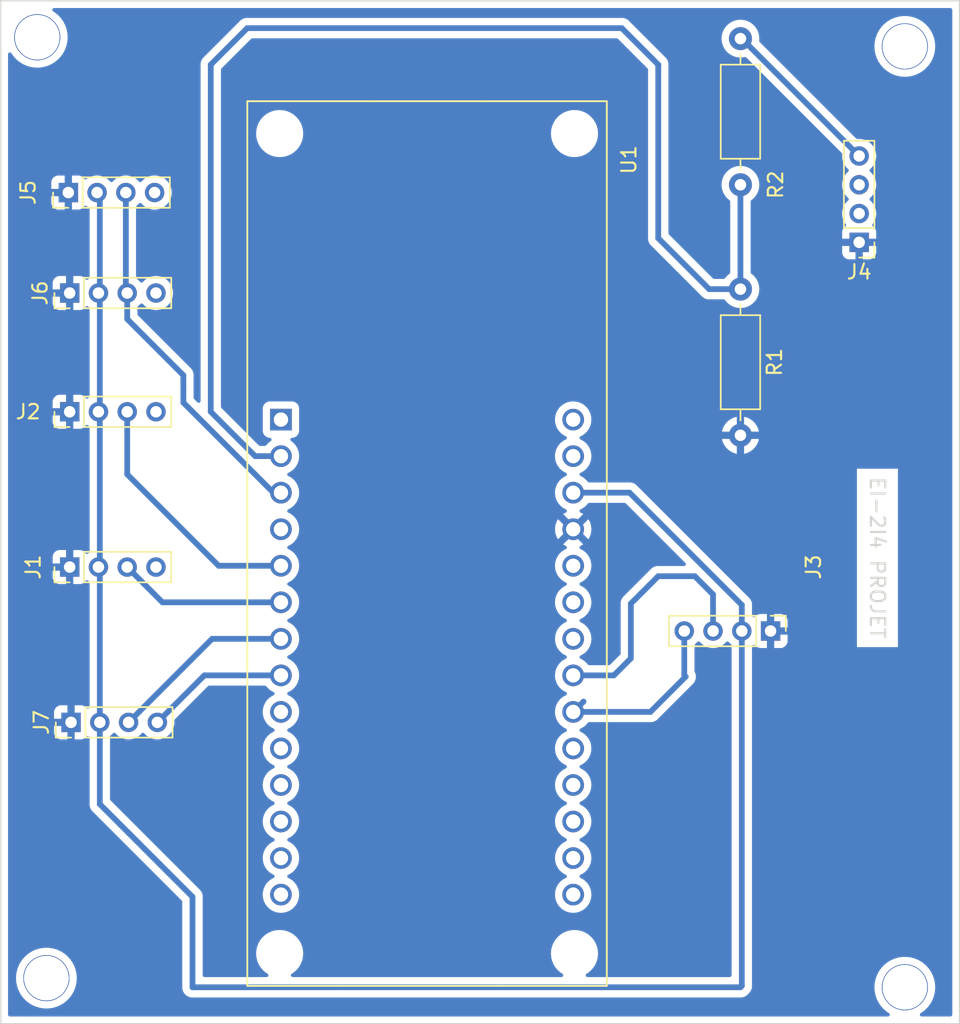
<source format=kicad_pcb>
(kicad_pcb (version 20211014) (generator pcbnew)

  (general
    (thickness 1.6)
  )

  (paper "A4")
  (layers
    (0 "F.Cu" signal)
    (31 "B.Cu" signal)
    (32 "B.Adhes" user "B.Adhesive")
    (33 "F.Adhes" user "F.Adhesive")
    (34 "B.Paste" user)
    (35 "F.Paste" user)
    (36 "B.SilkS" user "B.Silkscreen")
    (37 "F.SilkS" user "F.Silkscreen")
    (38 "B.Mask" user)
    (39 "F.Mask" user)
    (40 "Dwgs.User" user "User.Drawings")
    (41 "Cmts.User" user "User.Comments")
    (42 "Eco1.User" user "User.Eco1")
    (43 "Eco2.User" user "User.Eco2")
    (44 "Edge.Cuts" user)
    (45 "Margin" user)
    (46 "B.CrtYd" user "B.Courtyard")
    (47 "F.CrtYd" user "F.Courtyard")
    (48 "B.Fab" user)
    (49 "F.Fab" user)
    (50 "User.1" user)
    (51 "User.2" user)
    (52 "User.3" user)
    (53 "User.4" user)
    (54 "User.5" user)
    (55 "User.6" user)
    (56 "User.7" user)
    (57 "User.8" user)
    (58 "User.9" user)
  )

  (setup
    (stackup
      (layer "F.SilkS" (type "Top Silk Screen"))
      (layer "F.Paste" (type "Top Solder Paste"))
      (layer "F.Mask" (type "Top Solder Mask") (thickness 0.01))
      (layer "F.Cu" (type "copper") (thickness 0.035))
      (layer "dielectric 1" (type "core") (thickness 1.51) (material "FR4") (epsilon_r 4.5) (loss_tangent 0.02))
      (layer "B.Cu" (type "copper") (thickness 0.035))
      (layer "B.Mask" (type "Bottom Solder Mask") (thickness 0.01))
      (layer "B.Paste" (type "Bottom Solder Paste"))
      (layer "B.SilkS" (type "Bottom Silk Screen"))
      (copper_finish "None")
      (dielectric_constraints no)
    )
    (pad_to_mask_clearance 0)
    (pcbplotparams
      (layerselection 0x00010fc_ffffffff)
      (disableapertmacros false)
      (usegerberextensions false)
      (usegerberattributes true)
      (usegerberadvancedattributes true)
      (creategerberjobfile true)
      (svguseinch false)
      (svgprecision 6)
      (excludeedgelayer true)
      (plotframeref false)
      (viasonmask false)
      (mode 1)
      (useauxorigin false)
      (hpglpennumber 1)
      (hpglpenspeed 20)
      (hpglpendiameter 15.000000)
      (dxfpolygonmode true)
      (dxfimperialunits true)
      (dxfusepcbnewfont true)
      (psnegative false)
      (psa4output false)
      (plotreference true)
      (plotvalue true)
      (plotinvisibletext false)
      (sketchpadsonfab false)
      (subtractmaskfromsilk false)
      (outputformat 1)
      (mirror false)
      (drillshape 1)
      (scaleselection 1)
      (outputdirectory "")
    )
  )

  (net 0 "")
  (net 1 "GND")
  (net 2 "3.3")
  (net 3 "DHT22_Val2")
  (net 4 "unconnected-(J1-Pad4)")
  (net 5 "DHT22_Val1")
  (net 6 "unconnected-(J2-Pad4)")
  (net 7 "SCL")
  (net 8 "SDA")
  (net 9 "unconnected-(J4-Pad2)")
  (net 10 "unconnected-(J4-Pad3)")
  (net 11 " V.Battery")
  (net 12 "Temp_Val")
  (net 13 "unconnected-(J5-Pad4)")
  (net 14 "unconnected-(J6-Pad4)")
  (net 15 "DOUT")
  (net 16 "SCK")
  (net 17 "Value B")
  (net 18 "unconnected-(U1-Pad1)")
  (net 19 "unconnected-(U1-Pad4)")
  (net 20 "unconnected-(U1-Pad9)")
  (net 21 "unconnected-(U1-Pad10)")
  (net 22 "unconnected-(U1-Pad11)")
  (net 23 "unconnected-(U1-Pad12)")
  (net 24 "unconnected-(U1-Pad13)")
  (net 25 "unconnected-(U1-Pad14)")
  (net 26 "unconnected-(U1-Pad15)")
  (net 27 "unconnected-(U1-Pad16)")
  (net 28 "unconnected-(U1-Pad17)")
  (net 29 "unconnected-(U1-Pad18)")
  (net 30 "unconnected-(U1-Pad19)")
  (net 31 "unconnected-(U1-Pad22)")
  (net 32 "unconnected-(U1-Pad23)")
  (net 33 "unconnected-(U1-Pad24)")
  (net 34 "unconnected-(U1-Pad27)")
  (net 35 "unconnected-(U1-Pad28)")

  (footprint "Resistor_THT:R_Axial_DIN0207_L6.3mm_D2.5mm_P10.16mm_Horizontal" (layer "F.Cu") (at 161.925 42.005 -90))

  (footprint "Connector_PinHeader_2.00mm:PinHeader_1x04_P2.00mm_Vertical" (layer "F.Cu") (at 164.02 83.185 -90))

  (footprint "Connector_PinHeader_2.00mm:PinHeader_1x04_P2.00mm_Vertical" (layer "F.Cu") (at 170.18 56.165 180))

  (footprint "Connector_PinHeader_2.00mm:PinHeader_1x04_P2.00mm_Vertical" (layer "F.Cu") (at 115.38 89.535 90))

  (footprint "Resistor_THT:R_Axial_DIN0207_L6.3mm_D2.5mm_P10.16mm_Horizontal" (layer "F.Cu") (at 161.925 59.42 -90))

  (footprint "Connector_PinHeader_2.00mm:PinHeader_1x04_P2.00mm_Vertical" (layer "F.Cu") (at 115.285 67.945 90))

  (footprint "Connector_PinHeader_2.00mm:PinHeader_1x04_P2.00mm_Vertical" (layer "F.Cu") (at 115.285 59.69 90))

  (footprint "Connector_PinHeader_2.00mm:PinHeader_1x04_P2.00mm_Vertical" (layer "F.Cu") (at 115.19 52.705 90))

  (footprint "MKR WAN:MKR WAN" (layer "F.Cu") (at 127.635 46.355 -90))

  (footprint "Connector_PinHeader_2.00mm:PinHeader_1x04_P2.00mm_Vertical" (layer "F.Cu") (at 115.285 78.74 90))

  (gr_line (start 110.49 39.37) (end 177.165 39.37) (layer "Edge.Cuts") (width 0.1) (tstamp 1768c7d1-50aa-42ca-9e71-7de536079330))
  (gr_line (start 177.165 110.49) (end 111.125 110.49) (layer "Edge.Cuts") (width 0.1) (tstamp d2953dce-fa26-44b6-a8b4-82621557013e))
  (gr_line (start 110.49 110.49) (end 112.395 110.49) (layer "Edge.Cuts") (width 0.1) (tstamp d5f86258-230a-416b-80ea-206098a1907b))
  (gr_line (start 177.165 39.37) (end 177.165 110.49) (layer "Edge.Cuts") (width 0.1) (tstamp dac27700-2188-4495-b441-b0420491ca7a))
  (gr_line (start 110.49 39.37) (end 110.49 110.49) (layer "Edge.Cuts") (width 0.1) (tstamp ea020584-6701-4f87-b0b7-2705f8501748))
  (gr_text "EI-2I4 PROJET" (at 171.45 78.105 -90) (layer "Edge.Cuts") (tstamp ef97c3b4-f958-4cc3-818f-a194bea656c5)
    (effects (font (size 1 1) (thickness 0.15)))
  )
  (gr_text "BRIRMI-COURIVAULT-LAVINAY" (at 173.99 77.47 -90) (layer "User.1") (tstamp 54c237d8-5cd7-44eb-a9a9-cc4092476e9c)
    (effects (font (size 1 1) (thickness 0.15)))
  )

  (via (at 113.665 107.315) (size 3.2) (drill 3.1) (layers "F.Cu" "B.Cu") (free) (net 0) (tstamp 4be80eaa-6bec-4194-8881-a3ad15a3cf13))
  (via (at 113.03 41.91) (size 3.2) (drill 3.1) (layers "F.Cu" "B.Cu") (free) (net 0) (tstamp 4c51e168-c05f-4f55-ba75-a694bec49e0f))
  (via (at 173.355 107.95) (size 3.2) (drill 3.1) (layers "F.Cu" "B.Cu") (free) (net 0) (tstamp 7c5a9046-3df1-47ed-a2f3-95085b9e0845))
  (via (at 173.355 42.545) (size 3.2) (drill 3.1) (layers "F.Cu" "B.Cu") (free) (net 0) (tstamp cc073cf8-e9d8-4d54-bfc4-6fb431bd4fdf))
  (segment (start 115.285 52.8) (end 115.19 52.705) (width 0.4) (layer "B.Cu") (net 1) (tstamp 9f61c1dc-d818-4894-8295-7386632a82ca))
  (segment (start 162.02 81.375) (end 154.2148 73.5698) (width 0.4) (layer "B.Cu") (net 2) (tstamp 1daea9b0-fa1c-45a7-990a-e1d60bb24bdb))
  (segment (start 117.38 89.535) (end 117.38 95.221322) (width 0.4) (layer "B.Cu") (net 2) (tstamp 3a8b0491-1bf1-4410-b2c7-ed57b0b937c0))
  (segment (start 117.38 89.535) (end 117.38 52.895) (width 0.4) (layer "B.Cu") (net 2) (tstamp 43ddcef4-06f0-4b3a-8bb7-77fd9c50b929))
  (segment (start 117.285 52.8) (end 117.19 52.705) (width 0.4) (layer "B.Cu") (net 2) (tstamp 49c2fed9-bd03-45c9-86fe-aa62e63fb668))
  (segment (start 162.02 107.855) (end 162.02 83.185) (width 0.4) (layer "B.Cu") (net 2) (tstamp 52f7007f-65af-404b-82a8-b8f486d926df))
  (segment (start 161.925 107.95) (end 162.02 107.855) (width 0.4) (layer "B.Cu") (net 2) (tstamp 5cf66a60-0376-476c-be5a-2930f64e77a0))
  (segment (start 123.825 107.95) (end 161.925 107.95) (width 0.4) (layer "B.Cu") (net 2) (tstamp 67032c2e-681a-4050-abc7-ce247c2c11dd))
  (segment (start 154.2148 73.5698) (end 150.295 73.5698) (width 0.4) (layer "B.Cu") (net 2) (tstamp 709fe123-c5fa-4860-8219-2b70f0863759))
  (segment (start 162.02 83.185) (end 162.02 81.375) (width 0.4) (layer "B.Cu") (net 2) (tstamp 79cc226c-2a19-476c-9b81-4918e5a60780))
  (segment (start 117.38 52.895) (end 117.19 52.705) (width 0.4) (layer "B.Cu") (net 2) (tstamp 85b4420b-b16e-4d21-9b59-d253a6905245))
  (segment (start 117.38 95.221322) (end 123.825 101.666322) (width 0.4) (layer "B.Cu") (net 2) (tstamp 9b8ef08d-102e-4789-a85d-bd7d9e498de3))
  (segment (start 123.825 101.666322) (end 123.825 107.95) (width 0.4) (layer "B.Cu") (net 2) (tstamp ab36ed81-2500-426e-8d87-61db02a50d15))
  (segment (start 119.285 78.74) (end 121.7348 81.1898) (width 0.4) (layer "B.Cu") (net 3) (tstamp 14573ab0-3707-4c32-977b-0707adfc1019))
  (segment (start 121.7348 81.1898) (end 129.975 81.1898) (width 0.4) (layer "B.Cu") (net 3) (tstamp c2a3b52f-f346-425b-8b44-600043113321))
  (segment (start 125.6398 78.6498) (end 129.975 78.6498) (width 0.4) (layer "B.Cu") (net 5) (tstamp 408a6685-ca38-48a6-a9f4-d6b611648d80))
  (segment (start 119.285 67.945) (end 119.285 72.295) (width 0.4) (layer "B.Cu") (net 5) (tstamp 6dd321cf-bc6c-4854-aac5-2d96c976c96c))
  (segment (start 119.285 72.295) (end 125.6398 78.6498) (width 0.4) (layer "B.Cu") (net 5) (tstamp c0532be6-0b27-4dc6-8067-b2ba39415cc3))
  (segment (start 156.21 79.375) (end 154.305 81.28) (width 0.4) (layer "B.Cu") (net 7) (tstamp 2d1c035d-78c8-450f-8568-6ab0355091e0))
  (segment (start 153.1252 86.2698) (end 150.295 86.2698) (width 0.4) (layer "B.Cu") (net 7) (tstamp 52d5a990-24d7-48f3-abaa-9cfaf3621141))
  (segment (start 158.75 79.375) (end 156.21 79.375) (width 0.4) (layer "B.Cu") (net 7) (tstamp 5ba930dc-db62-4535-81ca-00dd907d5a89))
  (segment (start 160.02 83.185) (end 160.02 80.645) (width 0.4) (layer "B.Cu") (net 7) (tstamp 6e84b238-45a6-43ae-aacb-2bafb7e9840b))
  (segment (start 150.4748 86.09) (end 150.295 86.2698) (width 0.4) (layer "B.Cu") (net 7) (tstamp 93114017-91af-4a7e-9277-730b56c7d7b8))
  (segment (start 154.305 81.28) (end 154.305 85.09) (width 0.4) (layer "B.Cu") (net 7) (tstamp a859303e-e100-41b6-9f63-8bc3e7c94f56))
  (segment (start 154.305 85.09) (end 153.1252 86.2698) (width 0.4) (layer "B.Cu") (net 7) (tstamp c111edb5-51a3-4b32-9c9b-c192f609c46b))
  (segment (start 160.02 80.645) (end 158.75 79.375) (width 0.4) (layer "B.Cu") (net 7) (tstamp d10a6d72-037a-4905-ab29-6a49c7a2589d))
  (segment (start 158.02 86.265) (end 158.115 86.36) (width 0.4) (layer "B.Cu") (net 8) (tstamp 0b55a45b-988a-4451-9bb8-12fedaf530f8))
  (segment (start 155.6652 88.8098) (end 150.295 88.8098) (width 0.4) (layer "B.Cu") (net 8) (tstamp 7ed298c7-1633-43f9-855a-69174c4f1748))
  (segment (start 158.02 83.185) (end 158.02 86.265) (width 0.4) (layer "B.Cu") (net 8) (tstamp 8bee7b9e-127a-46bd-81a0-e307a1f8eb80))
  (segment (start 151.0148 88.09) (end 150.295 88.8098) (width 0.4) (layer "B.Cu") (net 8) (tstamp ed54fa50-6fc6-4d29-a8a1-eb7bf83896f2))
  (segment (start 158.115 86.36) (end 155.6652 88.8098) (width 0.4) (layer "B.Cu") (net 8) (tstamp ffe05bfd-e6ca-46fb-9e32-3a446c784689))
  (segment (start 170.18 50.165) (end 162.02 42.005) (width 0.4) (layer "B.Cu") (net 11) (tstamp 4fc6be8c-35cd-447a-95d4-01825c0ef87f))
  (segment (start 162.02 42.005) (end 161.925 42.005) (width 0.4) (layer "B.Cu") (net 11) (tstamp b99d484c-79c5-4f18-9e48-75c901a7b480))
  (segment (start 119.19 52.705) (end 119.19 59.595) (width 0.4) (layer "B.Cu") (net 12) (tstamp 179fbf55-5814-4894-b15a-a7a8f0647ff4))
  (segment (start 119.285 52.8) (end 119.19 52.705) (width 0.4) (layer "B.Cu") (net 12) (tstamp 3376b821-2de4-43e7-8e52-5a4472f3046c))
  (segment (start 119.285 61.5) (end 119.285 59.69) (width 0.4) (layer "B.Cu") (net 12) (tstamp 450af97a-a491-47dc-9125-2c47527ae50a))
  (segment (start 123.19 65.405) (end 119.285 61.5) (width 0.4) (layer "B.Cu") (net 12) (tstamp 68512aea-3ebc-4fef-a6ad-a81228c62475))
  (segment (start 119.19 59.595) (end 119.285 59.69) (width 0.4) (layer "B.Cu") (net 12) (tstamp 69828123-8154-417c-9b7d-09b29a506d91))
  (segment (start 129.975 73.5698) (end 129.4498 73.5698) (width 0.4) (layer "B.Cu") (net 12) (tstamp c136a462-bd32-4336-867c-c71d3474fb3a))
  (segment (start 129.4498 73.5698) (end 123.19 67.31) (width 0.4) (layer "B.Cu") (net 12) (tstamp d041c40f-e2f8-467e-99eb-84b8a8de9c12))
  (segment (start 123.19 67.31) (end 123.19 65.405) (width 0.4) (layer "B.Cu") (net 12) (tstamp d6a6d041-2aa4-4e48-870d-3c53fda84b71))
  (segment (start 119.38 89.535) (end 125.1852 83.7298) (width 0.4) (layer "B.Cu") (net 15) (tstamp 483ec3e6-7ed8-4f67-8cb4-217193b090c1))
  (segment (start 125.1852 83.7298) (end 129.975 83.7298) (width 0.4) (layer "B.Cu") (net 15) (tstamp aec61c77-4c25-48a2-9b4c-7fc5567da31e))
  (segment (start 124.6452 86.2698) (end 129.975 86.2698) (width 0.4) (layer "B.Cu") (net 16) (tstamp 620590c2-c8a5-45b0-ad50-1277f887af9b))
  (segment (start 121.38 89.535) (end 124.6452 86.2698) (width 0.4) (layer "B.Cu") (net 16) (tstamp c01d96e8-a0b1-416e-b8da-6d62714eee7b))
  (segment (start 161.925 59.785) (end 161.925 59.42) (width 0.4) (layer "B.Cu") (net 17) (tstamp 03d8e6aa-d101-4fc2-83d7-2da412917bf2))
  (segment (start 127.635 41.275) (end 125.095 43.815) (width 0.4) (layer "B.Cu") (net 17) (tstamp 12e69256-7416-4981-844b-a78e43ebd3d2))
  (segment (start 161.925 52.165) (end 161.925 59.785) (width 0.4) (layer "B.Cu") (net 17) (tstamp 5a7b7173-193f-4971-8a4b-3ac3d739fafc))
  (segment (start 161.925 59.42) (end 159.75 59.42) (width 0.4) (layer "B.Cu") (net 17) (tstamp 7f5cd459-dd25-4518-adea-8730c8f6c116))
  (segment (start 153.67 41.275) (end 127.635 41.275) (width 0.4) (layer "B.Cu") (net 17) (tstamp 8ee8eb13-93ec-433a-9242-f48ce9573eb8))
  (segment (start 159.75 59.42) (end 156.21 55.88) (width 0.4) (layer "B.Cu") (net 17) (tstamp a97e8163-639b-435f-adff-a25e5805ff15))
  (segment (start 125.095 43.815) (end 125.095 67.945) (width 0.4) (layer "B.Cu") (net 17) (tstamp ba257e3e-bb1c-4dcf-889d-533a6fec54b8))
  (segment (start 128.1798 71.0298) (end 129.975 71.0298) (width 0.4) (layer "B.Cu") (net 17) (tstamp be68e2c8-03e3-47e6-accb-bbd5d72dd507))
  (segment (start 156.21 43.815) (end 153.67 41.275) (width 0.4) (layer "B.Cu") (net 17) (tstamp dfbd3d23-118b-4bb4-b83e-daa57aa2b64e))
  (segment (start 156.21 55.88) (end 156.21 43.815) (width 0.4) (layer "B.Cu") (net 17) (tstamp eb27e9bb-33f1-45e3-b9db-b4143b944c45))
  (segment (start 125.095 67.945) (end 128.1798 71.0298) (width 0.4) (layer "B.Cu") (net 17) (tstamp eec3246c-e86b-4065-bdb3-c97b799790d4))

  (zone (net 1) (net_name "GND") (layer "B.Cu") (tstamp a7d07868-992d-4d26-888a-0b83a10d71a4) (hatch edge 0.508)
    (connect_pads (clearance 0.508))
    (min_thickness 0.254) (filled_areas_thickness no)
    (fill yes (thermal_gap 0.508) (thermal_bridge_width 0.508))
    (polygon
      (pts
        (xy 177.165 110.49)
        (xy 110.49 110.49)
        (xy 110.503616 39.37)
        (xy 177.165 39.37)
      )
    )
    (filled_polygon
      (layer "B.Cu")
      (pts
        (xy 176.598621 39.898502)
        (xy 176.645114 39.952158)
        (xy 176.6565 40.0045)
        (xy 176.6565 109.8555)
        (xy 176.636498 109.923621)
        (xy 176.582842 109.970114)
        (xy 176.5305 109.9815)
        (xy 174.523088 109.9815)
        (xy 174.454967 109.961498)
        (xy 174.408474 109.907842)
        (xy 174.39837 109.837568)
        (xy 174.427864 109.772988)
        (xy 174.459517 109.746712)
        (xy 174.539219 109.700138)
        (xy 174.53922 109.700137)
        (xy 174.542922 109.697974)
        (xy 174.769159 109.520582)
        (xy 174.810285 109.478144)
        (xy 174.908967 109.376311)
        (xy 174.969227 109.314128)
        (xy 174.97176 109.31068)
        (xy 174.971764 109.310675)
        (xy 175.136887 109.085886)
        (xy 175.139425 109.082431)
        (xy 175.244866 108.888233)
        (xy 175.274554 108.833555)
        (xy 175.274555 108.833553)
        (xy 175.276604 108.829779)
        (xy 175.341215 108.658792)
        (xy 175.376707 108.564866)
        (xy 175.376708 108.564862)
        (xy 175.378225 108.560848)
        (xy 175.424938 108.356888)
        (xy 175.441449 108.284797)
        (xy 175.44145 108.284793)
        (xy 175.442407 108.280613)
        (xy 175.442908 108.275005)
        (xy 175.467743 107.996726)
        (xy 175.467743 107.996724)
        (xy 175.467963 107.99426)
        (xy 175.468427 107.95)
        (xy 175.466918 107.927869)
        (xy 175.449165 107.667452)
        (xy 175.449164 107.667446)
        (xy 175.448873 107.663175)
        (xy 175.444336 107.641264)
        (xy 175.391443 107.385855)
        (xy 175.390574 107.381658)
        (xy 175.294607 107.110657)
        (xy 175.16275 106.855188)
        (xy 175.149488 106.836317)
        (xy 175.074461 106.729565)
        (xy 174.997441 106.619977)
        (xy 174.924606 106.541597)
        (xy 174.804661 106.412521)
        (xy 174.804658 106.412519)
        (xy 174.80174 106.409378)
        (xy 174.579268 106.227287)
        (xy 174.334142 106.077073)
        (xy 174.316048 106.06913)
        (xy 174.07483 105.963243)
        (xy 174.070898 105.961517)
        (xy 174.044963 105.954129)
        (xy 173.798534 105.883932)
        (xy 173.798535 105.883932)
        (xy 173.794406 105.882756)
        (xy 173.581704 105.852485)
        (xy 173.514036 105.842854)
        (xy 173.514034 105.842854)
        (xy 173.509784 105.842249)
        (xy 173.505495 105.842227)
        (xy 173.505488 105.842226)
        (xy 173.226583 105.840765)
        (xy 173.226576 105.840765)
        (xy 173.222297 105.840743)
        (xy 173.218053 105.841302)
        (xy 173.218049 105.841302)
        (xy 173.103431 105.856392)
        (xy 172.937266 105.878268)
        (xy 172.933126 105.879401)
        (xy 172.933124 105.879401)
        (xy 172.856311 105.900415)
        (xy 172.659964 105.954129)
        (xy 172.656016 105.955813)
        (xy 172.399476 106.065237)
        (xy 172.399472 106.065239)
        (xy 172.395524 106.066923)
        (xy 172.329349 106.106528)
        (xy 172.152521 106.212357)
        (xy 172.152517 106.21236)
        (xy 172.148839 106.214561)
        (xy 171.924472 106.394313)
        (xy 171.726577 106.602851)
        (xy 171.558814 106.836317)
        (xy 171.424288 107.090392)
        (xy 171.325489 107.360373)
        (xy 171.264245 107.641264)
        (xy 171.263909 107.645534)
        (xy 171.244494 107.892233)
        (xy 171.241689 107.927869)
        (xy 171.258238 108.214883)
        (xy 171.259063 108.219088)
        (xy 171.259064 108.219096)
        (xy 171.286098 108.356888)
        (xy 171.313586 108.496995)
        (xy 171.314973 108.501045)
        (xy 171.314974 108.50105)
        (xy 171.376998 108.682206)
        (xy 171.40671 108.768986)
        (xy 171.535885 109.025822)
        (xy 171.698721 109.26275)
        (xy 171.701608 109.265923)
        (xy 171.701609 109.265924)
        (xy 171.846371 109.425016)
        (xy 171.892206 109.475388)
        (xy 171.895501 109.478143)
        (xy 171.895502 109.478144)
        (xy 171.946258 109.520582)
        (xy 172.112759 109.659798)
        (xy 172.173616 109.697974)
        (xy 172.25458 109.748763)
        (xy 172.301657 109.801907)
        (xy 172.312529 109.872066)
        (xy 172.283745 109.936965)
        (xy 172.224442 109.976)
        (xy 172.187623 109.9815)
        (xy 111.1245 109.9815)
        (xy 111.056379 109.961498)
        (xy 111.009886 109.907842)
        (xy 110.9985 109.8555)
        (xy 110.9985 107.292869)
        (xy 111.551689 107.292869)
        (xy 111.568238 107.579883)
        (xy 111.569063 107.584088)
        (xy 111.569064 107.584096)
        (xy 111.584579 107.663175)
        (xy 111.623586 107.861995)
        (xy 111.624973 107.866045)
        (xy 111.624974 107.86605)
        (xy 111.714438 108.127351)
        (xy 111.71671 108.133986)
        (xy 111.750332 108.200835)
        (xy 111.838647 108.37643)
        (xy 111.845885 108.390822)
        (xy 112.008721 108.62775)
        (xy 112.011608 108.630923)
        (xy 112.011609 108.630924)
        (xy 112.192553 108.829779)
        (xy 112.202206 108.840388)
        (xy 112.205501 108.843143)
        (xy 112.205502 108.843144)
        (xy 112.419402 109.021991)
        (xy 112.422759 109.024798)
        (xy 112.666298 109.177571)
        (xy 112.928318 109.295877)
        (xy 112.932437 109.297097)
        (xy 113.199857 109.376311)
        (xy 113.199862 109.376312)
        (xy 113.20397 109.377529)
        (xy 113.208204 109.378177)
        (xy 113.208209 109.378178)
        (xy 113.456811 109.416219)
        (xy 113.488153 109.421015)
        (xy 113.634485 109.423314)
        (xy 113.771317 109.425464)
        (xy 113.771323 109.425464)
        (xy 113.775608 109.425531)
        (xy 113.77986 109.425016)
        (xy 113.779868 109.425016)
        (xy 114.056756 109.391508)
        (xy 114.056761 109.391507)
        (xy 114.061017 109.390992)
        (xy 114.339097 109.318039)
        (xy 114.604704 109.208021)
        (xy 114.813713 109.085886)
        (xy 114.849219 109.065138)
        (xy 114.84922 109.065137)
        (xy 114.852922 109.062974)
        (xy 115.079159 108.885582)
        (xy 115.120285 108.843144)
        (xy 115.276244 108.682206)
        (xy 115.279227 108.679128)
        (xy 115.28176 108.67568)
        (xy 115.281764 108.675675)
        (xy 115.446887 108.450886)
        (xy 115.449425 108.447431)
        (xy 115.486302 108.379513)
        (xy 115.584554 108.198555)
        (xy 115.584555 108.198553)
        (xy 115.586604 108.194779)
        (xy 115.662374 107.99426)
        (xy 115.686707 107.929866)
        (xy 115.686708 107.929862)
        (xy 115.688225 107.925848)
        (xy 115.752407 107.645613)
        (xy 115.752796 107.641264)
        (xy 115.777743 107.361726)
        (xy 115.777743 107.361724)
        (xy 115.777963 107.35926)
        (xy 115.778427 107.315)
        (xy 115.770311 107.195954)
        (xy 115.759165 107.032452)
        (xy 115.759164 107.032446)
        (xy 115.758873 107.028175)
        (xy 115.754336 107.006264)
        (xy 115.701443 106.750855)
        (xy 115.700574 106.746658)
        (xy 115.604607 106.475657)
        (xy 115.47275 106.220188)
        (xy 115.468796 106.214561)
        (xy 115.366585 106.06913)
        (xy 115.307441 105.984977)
        (xy 115.17481 105.842249)
        (xy 115.114661 105.777521)
        (xy 115.114658 105.777519)
        (xy 115.11174 105.774378)
        (xy 114.889268 105.592287)
        (xy 114.644142 105.442073)
        (xy 114.626048 105.43413)
        (xy 114.38483 105.328243)
        (xy 114.380898 105.326517)
        (xy 114.354963 105.319129)
        (xy 114.108534 105.248932)
        (xy 114.108535 105.248932)
        (xy 114.104406 105.247756)
        (xy 113.891704 105.217485)
        (xy 113.824036 105.207854)
        (xy 113.824034 105.207854)
        (xy 113.819784 105.207249)
        (xy 113.815495 105.207227)
        (xy 113.815488 105.207226)
        (xy 113.536583 105.205765)
        (xy 113.536576 105.205765)
        (xy 113.532297 105.205743)
        (xy 113.528053 105.206302)
        (xy 113.528049 105.206302)
        (xy 113.40266 105.22281)
        (xy 113.247266 105.243268)
        (xy 113.243126 105.244401)
        (xy 113.243124 105.244401)
        (xy 113.166311 105.265415)
        (xy 112.969964 105.319129)
        (xy 112.966016 105.320813)
        (xy 112.709476 105.430237)
        (xy 112.709472 105.430239)
        (xy 112.705524 105.431923)
        (xy 112.58096 105.506473)
        (xy 112.462521 105.577357)
        (xy 112.462517 105.57736)
        (xy 112.458839 105.579561)
        (xy 112.234472 105.759313)
        (xy 112.155791 105.842226)
        (xy 112.042588 105.961517)
        (xy 112.036577 105.967851)
        (xy 111.868814 106.201317)
        (xy 111.866805 106.205112)
        (xy 111.866804 106.205113)
        (xy 111.844972 106.246346)
        (xy 111.734288 106.455392)
        (xy 111.635489 106.725373)
        (xy 111.574245 107.006264)
        (xy 111.551689 107.292869)
        (xy 110.9985 107.292869)
        (xy 110.9985 90.254669)
        (xy 114.197001 90.254669)
        (xy 114.197371 90.26149)
        (xy 114.202895 90.312352)
        (xy 114.206521 90.327604)
        (xy 114.251676 90.448054)
        (xy 114.260214 90.463649)
        (xy 114.336715 90.565724)
        (xy 114.349276 90.578285)
        (xy 114.451351 90.654786)
        (xy 114.466946 90.663324)
        (xy 114.587394 90.708478)
        (xy 114.602649 90.712105)
        (xy 114.653514 90.717631)
        (xy 114.660328 90.718)
        (xy 115.107885 90.718)
        (xy 115.123124 90.713525)
        (xy 115.124329 90.712135)
        (xy 115.126 90.704452)
        (xy 115.126 89.807115)
        (xy 115.121525 89.791876)
        (xy 115.120135 89.790671)
        (xy 115.112452 89.789)
        (xy 114.215116 89.789)
        (xy 114.199877 89.793475)
        (xy 114.198672 89.794865)
        (xy 114.197001 89.802548)
        (xy 114.197001 90.254669)
        (xy 110.9985 90.254669)
        (xy 110.9985 89.262885)
        (xy 114.197 89.262885)
        (xy 114.201475 89.278124)
        (xy 114.202865 89.279329)
        (xy 114.210548 89.281)
        (xy 115.107885 89.281)
        (xy 115.123124 89.276525)
        (xy 115.124329 89.275135)
        (xy 115.126 89.267452)
        (xy 115.126 88.370116)
        (xy 115.121525 88.354877)
        (xy 115.120135 88.353672)
        (xy 115.112452 88.352001)
        (xy 114.660331 88.352001)
        (xy 114.65351 88.352371)
        (xy 114.602648 88.357895)
        (xy 114.587396 88.361521)
        (xy 114.466946 88.406676)
        (xy 114.451351 88.415214)
        (xy 114.349276 88.491715)
        (xy 114.336715 88.504276)
        (xy 114.260214 88.606351)
        (xy 114.251676 88.621946)
        (xy 114.206522 88.742394)
        (xy 114.202895 88.757649)
        (xy 114.197369 88.808514)
        (xy 114.197 88.815328)
        (xy 114.197 89.262885)
        (xy 110.9985 89.262885)
        (xy 110.9985 79.459669)
        (xy 114.102001 79.459669)
        (xy 114.102371 79.46649)
        (xy 114.107895 79.517352)
        (xy 114.111521 79.532604)
        (xy 114.156676 79.653054)
        (xy 114.165214 79.668649)
        (xy 114.241715 79.770724)
        (xy 114.254276 79.783285)
        (xy 114.356351 79.859786)
        (xy 114.371946 79.868324)
        (xy 114.492394 79.913478)
        (xy 114.507649 79.917105)
        (xy 114.558514 79.922631)
        (xy 114.565328 79.923)
        (xy 115.012885 79.923)
        (xy 115.028124 79.918525)
        (xy 115.029329 79.917135)
        (xy 115.031 79.909452)
        (xy 115.031 79.012115)
        (xy 115.026525 78.996876)
        (xy 115.025135 78.995671)
        (xy 115.017452 78.994)
        (xy 114.120116 78.994)
        (xy 114.104877 78.998475)
        (xy 114.103672 78.999865)
        (xy 114.102001 79.007548)
        (xy 114.102001 79.459669)
        (xy 110.9985 79.459669)
        (xy 110.9985 78.467885)
        (xy 114.102 78.467885)
        (xy 114.106475 78.483124)
        (xy 114.107865 78.484329)
        (xy 114.115548 78.486)
        (xy 115.012885 78.486)
        (xy 115.028124 78.481525)
        (xy 115.029329 78.480135)
        (xy 115.031 78.472452)
        (xy 115.031 77.575116)
        (xy 115.026525 77.559877)
        (xy 115.025135 77.558672)
        (xy 115.017452 77.557001)
        (xy 114.565331 77.557001)
        (xy 114.55851 77.557371)
        (xy 114.507648 77.562895)
        (xy 114.492396 77.566521)
        (xy 114.371946 77.611676)
        (xy 114.356351 77.620214)
        (xy 114.254276 77.696715)
        (xy 114.241715 77.709276)
        (xy 114.165214 77.811351)
        (xy 114.156676 77.826946)
        (xy 114.111522 77.947394)
        (xy 114.107895 77.962649)
        (xy 114.102369 78.013514)
        (xy 114.102 78.020328)
        (xy 114.102 78.467885)
        (xy 110.9985 78.467885)
        (xy 110.9985 68.664669)
        (xy 114.102001 68.664669)
        (xy 114.102371 68.67149)
        (xy 114.107895 68.722352)
        (xy 114.111521 68.737604)
        (xy 114.156676 68.858054)
        (xy 114.165214 68.873649)
        (xy 114.241715 68.975724)
        (xy 114.254276 68.988285)
        (xy 114.356351 69.064786)
        (xy 114.371946 69.073324)
        (xy 114.492394 69.118478)
        (xy 114.507649 69.122105)
        (xy 114.558514 69.127631)
        (xy 114.565328 69.128)
        (xy 115.012885 69.128)
        (xy 115.028124 69.123525)
        (xy 115.029329 69.122135)
        (xy 115.031 69.114452)
        (xy 115.031 68.217115)
        (xy 115.026525 68.201876)
        (xy 115.025135 68.200671)
        (xy 115.017452 68.199)
        (xy 114.120116 68.199)
        (xy 114.104877 68.203475)
        (xy 114.103672 68.204865)
        (xy 114.102001 68.212548)
        (xy 114.102001 68.664669)
        (xy 110.9985 68.664669)
        (xy 110.9985 67.672885)
        (xy 114.102 67.672885)
        (xy 114.106475 67.688124)
        (xy 114.107865 67.689329)
        (xy 114.115548 67.691)
        (xy 115.012885 67.691)
        (xy 115.028124 67.686525)
        (xy 115.029329 67.685135)
        (xy 115.031 67.677452)
        (xy 115.031 66.780116)
        (xy 115.026525 66.764877)
        (xy 115.025135 66.763672)
        (xy 115.017452 66.762001)
        (xy 114.565331 66.762001)
        (xy 114.55851 66.762371)
        (xy 114.507648 66.767895)
        (xy 114.492396 66.771521)
        (xy 114.371946 66.816676)
        (xy 114.356351 66.825214)
        (xy 114.254276 66.901715)
        (xy 114.241715 66.914276)
        (xy 114.165214 67.016351)
        (xy 114.156676 67.031946)
        (xy 114.111522 67.152394)
        (xy 114.107895 67.167649)
        (xy 114.102369 67.218514)
        (xy 114.102 67.225328)
        (xy 114.102 67.672885)
        (xy 110.9985 67.672885)
        (xy 110.9985 60.409669)
        (xy 114.102001 60.409669)
        (xy 114.102371 60.41649)
        (xy 114.107895 60.467352)
        (xy 114.111521 60.482604)
        (xy 114.156676 60.603054)
        (xy 114.165214 60.618649)
        (xy 114.241715 60.720724)
        (xy 114.254276 60.733285)
        (xy 114.356351 60.809786)
        (xy 114.371946 60.818324)
        (xy 114.492394 60.863478)
        (xy 114.507649 60.867105)
        (xy 114.558514 60.872631)
        (xy 114.565328 60.873)
        (xy 115.012885 60.873)
        (xy 115.028124 60.868525)
        (xy 115.029329 60.867135)
        (xy 115.031 60.859452)
        (xy 115.031 59.962115)
        (xy 115.026525 59.946876)
        (xy 115.025135 59.945671)
        (xy 115.017452 59.944)
        (xy 114.120116 59.944)
        (xy 114.104877 59.948475)
        (xy 114.103672 59.949865)
        (xy 114.102001 59.957548)
        (xy 114.102001 60.409669)
        (xy 110.9985 60.409669)
        (xy 110.9985 59.417885)
        (xy 114.102 59.417885)
        (xy 114.106475 59.433124)
        (xy 114.107865 59.434329)
        (xy 114.115548 59.436)
        (xy 115.012885 59.436)
        (xy 115.028124 59.431525)
        (xy 115.029329 59.430135)
        (xy 115.031 59.422452)
        (xy 115.031 58.525116)
        (xy 115.026525 58.509877)
        (xy 115.025135 58.508672)
        (xy 115.017452 58.507001)
        (xy 114.565331 58.507001)
        (xy 114.55851 58.507371)
        (xy 114.507648 58.512895)
        (xy 114.492396 58.516521)
        (xy 114.371946 58.561676)
        (xy 114.356351 58.570214)
        (xy 114.254276 58.646715)
        (xy 114.241715 58.659276)
        (xy 114.165214 58.761351)
        (xy 114.156676 58.776946)
        (xy 114.111522 58.897394)
        (xy 114.107895 58.912649)
        (xy 114.102369 58.963514)
        (xy 114.102 58.970328)
        (xy 114.102 59.417885)
        (xy 110.9985 59.417885)
        (xy 110.9985 53.424669)
        (xy 114.007001 53.424669)
        (xy 114.007371 53.43149)
        (xy 114.012895 53.482352)
        (xy 114.016521 53.497604)
        (xy 114.061676 53.618054)
        (xy 114.070214 53.633649)
        (xy 114.146715 53.735724)
        (xy 114.159276 53.748285)
        (xy 114.261351 53.824786)
        (xy 114.276946 53.833324)
        (xy 114.397394 53.878478)
        (xy 114.412649 53.882105)
        (xy 114.463514 53.887631)
        (xy 114.470328 53.888)
        (xy 114.917885 53.888)
        (xy 114.933124 53.883525)
        (xy 114.934329 53.882135)
        (xy 114.936 53.874452)
        (xy 114.936 53.869884)
        (xy 115.444 53.869884)
        (xy 115.448475 53.885123)
        (xy 115.449865 53.886328)
        (xy 115.457548 53.887999)
        (xy 115.909669 53.887999)
        (xy 115.91649 53.887629)
        (xy 115.967352 53.882105)
        (xy 115.982604 53.878479)
        (xy 116.103054 53.833324)
        (xy 116.118649 53.824786)
        (xy 116.220724 53.748285)
        (xy 116.233285 53.735724)
        (xy 116.284798 53.66699)
        (xy 116.341657 53.624475)
        (xy 116.412475 53.619449)
        (xy 116.455623 53.637789)
        (xy 116.615503 53.744618)
        (xy 116.66103 53.799094)
        (xy 116.6715 53.849382)
        (xy 116.6715 58.606133)
        (xy 116.651498 58.674254)
        (xy 116.609923 58.714418)
        (xy 116.586376 58.728427)
        (xy 116.582036 58.732233)
        (xy 116.582032 58.732236)
        (xy 116.564213 58.747863)
        (xy 116.499809 58.777739)
        (xy 116.429476 58.768052)
        (xy 116.38031 58.728694)
        (xy 116.328284 58.659275)
        (xy 116.315724 58.646715)
        (xy 116.213649 58.570214)
        (xy 116.198054 58.561676)
        (xy 116.077606 58.516522)
        (xy 116.062351 58.512895)
        (xy 116.011486 58.507369)
        (xy 116.004672 58.507)
        (xy 115.557115 58.507)
        (xy 115.541876 58.511475)
        (xy 115.540671 58.512865)
        (xy 115.539 58.520548)
        (xy 115.539 60.854884)
        (xy 115.543475 60.870123)
        (xy 115.544865 60.871328)
        (xy 115.552548 60.872999)
        (xy 116.004669 60.872999)
        (xy 116.01149 60.872629)
        (xy 116.062352 60.867105)
        (xy 116.077604 60.863479)
        (xy 116.198054 60.818324)
        (xy 116.213649 60.809786)
        (xy 116.315724 60.733285)
        (xy 116.328286 60.720723)
        (xy 116.379798 60.651991)
        (xy 116.436658 60.609476)
        (xy 116.507476 60.60445)
        (xy 116.550626 60.622791)
        (xy 116.615502 60.66614)
        (xy 116.66103 60.720617)
        (xy 116.6715 60.770905)
        (xy 116.6715 66.861133)
        (xy 116.651498 66.929254)
        (xy 116.609923 66.969418)
        (xy 116.586376 66.983427)
        (xy 116.582036 66.987233)
        (xy 116.582032 66.987236)
        (xy 116.564213 67.002863)
        (xy 116.499809 67.032739)
        (xy 116.429476 67.023052)
        (xy 116.38031 66.983694)
        (xy 116.328284 66.914275)
        (xy 116.315724 66.901715)
        (xy 116.213649 66.825214)
        (xy 116.198054 66.816676)
        (xy 116.077606 66.771522)
        (xy 116.062351 66.767895)
        (xy 116.011486 66.762369)
        (xy 116.004672 66.762)
        (xy 115.557115 66.762)
        (xy 115.541876 66.766475)
        (xy 115.540671 66.767865)
        (xy 115.539 66.775548)
        (xy 115.539 69.109884)
        (xy 115.543475 69.125123)
        (xy 115.544865 69.126328)
        (xy 115.552548 69.127999)
        (xy 116.004669 69.127999)
        (xy 116.01149 69.127629)
        (xy 116.062352 69.122105)
        (xy 116.077604 69.118479)
        (xy 116.198054 69.073324)
        (xy 116.213649 69.064786)
        (xy 116.315724 68.988285)
        (xy 116.328286 68.975723)
        (xy 116.379798 68.906991)
        (xy 116.436658 68.864476)
        (xy 116.507476 68.85945)
        (xy 116.550626 68.877791)
        (xy 116.615502 68.92114)
        (xy 116.66103 68.975617)
        (xy 116.6715 69.025905)
        (xy 116.6715 77.656133)
        (xy 116.651498 77.724254)
        (xy 116.609923 77.764418)
        (xy 116.586376 77.778427)
        (xy 116.582036 77.782233)
        (xy 116.582032 77.782236)
        (xy 116.564213 77.797863)
        (xy 116.499809 77.827739)
        (xy 116.429476 77.818052)
        (xy 116.38031 77.778694)
        (xy 116.328284 77.709275)
        (xy 116.315724 77.696715)
        (xy 116.213649 77.620214)
        (xy 116.198054 77.611676)
        (xy 116.077606 77.566522)
        (xy 116.062351 77.562895)
        (xy 116.011486 77.557369)
        (xy 116.004672 77.557)
        (xy 115.557115 77.557)
        (xy 115.541876 77.561475)
        (xy 115.540671 77.562865)
        (xy 115.539 77.570548)
        (xy 115.539 79.904884)
        (xy 115.543475 79.920123)
        (xy 115.544865 79.921328)
        (xy 115.552548 79.922999)
        (xy 116.004669 79.922999)
        (xy 116.01149 79.922629)
        (xy 116.062352 79.917105)
        (xy 116.077604 79.913479)
        (xy 116.198054 79.868324)
        (xy 116.213649 79.859786)
        (xy 116.315724 79.783285)
        (xy 116.328286 79.770723)
        (xy 116.379798 79.701991)
        (xy 116.436658 79.659476)
        (xy 116.507476 79.65445)
        (xy 116.550626 79.672791)
        (xy 116.615502 79.71614)
        (xy 116.66103 79.770617)
        (xy 116.6715 79.820905)
        (xy 116.6715 88.45725)
        (xy 116.651498 88.525371)
        (xy 116.597842 88.571864)
        (xy 116.527568 88.581968)
        (xy 116.462988 88.552474)
        (xy 116.444674 88.532815)
        (xy 116.423286 88.504277)
        (xy 116.410724 88.491715)
        (xy 116.308649 88.415214)
        (xy 116.293054 88.406676)
        (xy 116.172606 88.361522)
        (xy 116.157351 88.357895)
        (xy 116.106486 88.352369)
        (xy 116.099672 88.352)
        (xy 115.652115 88.352)
        (xy 115.636876 88.356475)
        (xy 115.635671 88.357865)
        (xy 115.634 88.365548)
        (xy 115.634 90.699884)
        (xy 115.638475 90.715123)
        (xy 115.639865 90.716328)
        (xy 115.647548 90.717999)
        (xy 116.099669 90.717999)
        (xy 116.10649 90.717629)
        (xy 116.157352 90.712105)
        (xy 116.172604 90.708479)
        (xy 116.293054 90.663324)
        (xy 116.308649 90.654786)
        (xy 116.410724 90.578285)
        (xy 116.423286 90.565723)
        (xy 116.444674 90.537185)
        (xy 116.501533 90.49467)
        (xy 116.572352 90.489644)
        (xy 116.634645 90.523704)
        (xy 116.668635 90.586035)
        (xy 116.6715 90.61275)
        (xy 116.6715 95.19241)
        (xy 116.671208 95.20098)
        (xy 116.668623 95.238906)
        (xy 116.667275 95.258674)
        (xy 116.66858 95.266151)
        (xy 116.66858 95.266152)
        (xy 116.678261 95.321621)
        (xy 116.679223 95.328143)
        (xy 116.686898 95.391564)
        (xy 116.689581 95.398665)
        (xy 116.690222 95.401274)
        (xy 116.694685 95.417584)
        (xy 116.69545 95.42012)
        (xy 116.696757 95.427606)
        (xy 116.712238 95.462871)
        (xy 116.722442 95.486117)
        (xy 116.724933 95.492221)
        (xy 116.747513 95.551978)
        (xy 116.751817 95.558241)
        (xy 116.753054 95.560607)
        (xy 116.761299 95.575419)
        (xy 116.762632 95.577673)
        (xy 116.765685 95.584627)
        (xy 116.770307 95.59065)
        (xy 116.804579 95.635313)
        (xy 116.808459 95.640654)
        (xy 116.840339 95.687042)
        (xy 116.840344 95.687047)
        (xy 116.844643 95.693303)
        (xy 116.850313 95.698354)
        (xy 116.850314 95.698356)
        (xy 116.89117 95.734757)
        (xy 116.896446 95.739738)
        (xy 123.079595 101.922888)
        (xy 123.113621 101.9852)
        (xy 123.1165 102.011983)
        (xy 123.1165 107.941238)
        (xy 123.116498 107.941898)
        (xy 123.116026 108.032031)
        (xy 123.123011 108.061127)
        (xy 123.12481 108.068621)
        (xy 123.127378 108.082895)
        (xy 123.131898 108.120242)
        (xy 123.134583 108.127349)
        (xy 123.134584 108.127351)
        (xy 123.143645 108.15133)
        (xy 123.148299 108.166457)
        (xy 123.154285 108.191394)
        (xy 123.154287 108.191398)
        (xy 123.156058 108.198777)
        (xy 123.173318 108.232219)
        (xy 123.179213 108.245459)
        (xy 123.192513 108.280656)
        (xy 123.211345 108.308056)
        (xy 123.219459 108.321613)
        (xy 123.234709 108.351161)
        (xy 123.2397 108.356882)
        (xy 123.239704 108.356888)
        (xy 123.259442 108.379513)
        (xy 123.268336 108.390979)
        (xy 123.285339 108.41572)
        (xy 123.285344 108.415725)
        (xy 123.289643 108.421981)
        (xy 123.305519 108.436126)
        (xy 123.314462 108.444094)
        (xy 123.325588 108.455338)
        (xy 123.342443 108.474659)
        (xy 123.342447 108.474662)
        (xy 123.347439 108.480385)
        (xy 123.353653 108.484753)
        (xy 123.353656 108.484755)
        (xy 123.378222 108.502021)
        (xy 123.389586 108.511028)
        (xy 123.400306 108.520578)
        (xy 123.417679 108.536057)
        (xy 123.424388 108.539609)
        (xy 123.424392 108.539612)
        (xy 123.447054 108.551611)
        (xy 123.460541 108.559876)
        (xy 123.481519 108.574619)
        (xy 123.481522 108.574621)
        (xy 123.487739 108.57899)
        (xy 123.49482 108.581751)
        (xy 123.494824 108.581753)
        (xy 123.52279 108.592657)
        (xy 123.535977 108.598694)
        (xy 123.562518 108.612746)
        (xy 123.56252 108.612747)
        (xy 123.569231 108.6163)
        (xy 123.576591 108.618149)
        (xy 123.576597 108.618151)
        (xy 123.601466 108.624397)
        (xy 123.616543 108.629209)
        (xy 123.635167 108.63647)
        (xy 123.647509 108.641282)
        (xy 123.655039 108.642273)
        (xy 123.655042 108.642274)
        (xy 123.684807 108.646192)
        (xy 123.69906 108.64891)
        (xy 123.735549 108.658076)
        (xy 123.743147 108.658116)
        (xy 123.743148 108.658116)
        (xy 123.749761 108.658151)
        (xy 123.775676 108.658287)
        (xy 123.777035 108.658335)
        (xy 123.778294 108.6585)
        (xy 123.816238 108.6585)
        (xy 123.816898 108.658502)
        (xy 123.902628 108.658951)
        (xy 123.902629 108.658951)
        (xy 123.907031 108.658974)
        (xy 123.908548 108.65861)
        (xy 123.91045 108.6585)
        (xy 161.896088 108.6585)
        (xy 161.904658 108.658792)
        (xy 161.954776 108.662209)
        (xy 161.95478 108.662209)
        (xy 161.962352 108.662725)
        (xy 161.969829 108.66142)
        (xy 161.96983 108.66142)
        (xy 161.999596 108.656225)
        (xy 162.025303 108.651738)
        (xy 162.031821 108.650777)
        (xy 162.095242 108.643102)
        (xy 162.102343 108.640419)
        (xy 162.104952 108.639778)
        (xy 162.121262 108.635315)
        (xy 162.123798 108.63455)
        (xy 162.131284 108.633243)
        (xy 162.1898 108.607556)
        (xy 162.195904 108.605065)
        (xy 162.248548 108.585173)
        (xy 162.248549 108.585172)
        (xy 162.255656 108.582487)
        (xy 162.261919 108.578183)
        (xy 162.264285 108.576946)
        (xy 162.279097 108.568701)
        (xy 162.281351 108.567368)
        (xy 162.288305 108.564315)
        (xy 162.339002 108.525413)
        (xy 162.344332 108.521541)
        (xy 162.39072 108.489661)
        (xy 162.390725 108.489656)
        (xy 162.396981 108.485357)
        (xy 162.438434 108.438831)
        (xy 162.443415 108.433556)
        (xy 162.500541 108.37643)
        (xy 162.506791 108.370591)
        (xy 162.550385 108.332561)
        (xy 162.587136 108.280271)
        (xy 162.591028 108.275029)
        (xy 162.630476 108.224718)
        (xy 162.6336 108.217799)
        (xy 162.634988 108.215507)
        (xy 162.643357 108.200835)
        (xy 162.644622 108.198475)
        (xy 162.64899 108.192261)
        (xy 162.672203 108.132723)
        (xy 162.674759 108.126642)
        (xy 162.681055 108.1127)
        (xy 162.701045 108.068427)
        (xy 162.70243 108.060954)
        (xy 162.703234 108.058388)
        (xy 162.707855 108.042165)
        (xy 162.70852 108.039573)
        (xy 162.711282 108.032491)
        (xy 162.719622 107.969139)
        (xy 162.720654 107.962623)
        (xy 162.730911 107.907281)
        (xy 162.732295 107.899814)
        (xy 162.728709 107.83762)
        (xy 162.7285 107.830367)
        (xy 162.7285 84.26275)
        (xy 162.748502 84.194629)
        (xy 162.802158 84.148136)
        (xy 162.872432 84.138032)
        (xy 162.937012 84.167526)
        (xy 162.955326 84.187185)
        (xy 162.976714 84.215723)
        (xy 162.989276 84.228285)
        (xy 163.091351 84.304786)
        (xy 163.106946 84.313324)
        (xy 163.227394 84.358478)
        (xy 163.242649 84.362105)
        (xy 163.293514 84.367631)
        (xy 163.300328 84.368)
        (xy 163.747885 84.368)
        (xy 163.763124 84.363525)
        (xy 163.764329 84.362135)
        (xy 163.766 84.354452)
        (xy 163.766 84.349884)
        (xy 164.274 84.349884)
        (xy 164.278475 84.365123)
        (xy 164.279865 84.366328)
        (xy 164.287548 84.367999)
        (xy 164.739669 84.367999)
        (xy 164.74649 84.367629)
        (xy 164.797352 84.362105)
        (xy 164.812604 84.358479)
        (xy 164.933054 84.313324)
        (xy 164.943604 84.307548)
        (xy 170.024 84.307548)
        (xy 172.876 84.307548)
        (xy 172.876 71.902453)
        (xy 170.024 71.902453)
        (xy 170.024 84.307548)
        (xy 164.943604 84.307548)
        (xy 164.948649 84.304786)
        (xy 165.050724 84.228285)
        (xy 165.063285 84.215724)
        (xy 165.139786 84.113649)
        (xy 165.148324 84.098054)
        (xy 165.193478 83.977606)
        (xy 165.197105 83.962351)
        (xy 165.202631 83.911486)
        (xy 165.203 83.904672)
        (xy 165.203 83.457115)
        (xy 165.198525 83.441876)
        (xy 165.197135 83.440671)
        (xy 165.189452 83.439)
        (xy 164.292115 83.439)
        (xy 164.276876 83.443475)
        (xy 164.275671 83.444865)
        (xy 164.274 83.452548)
        (xy 164.274 84.349884)
        (xy 163.766 84.349884)
        (xy 163.766 82.912885)
        (xy 164.274 82.912885)
        (xy 164.278475 82.928124)
        (xy 164.279865 82.929329)
        (xy 164.287548 82.931)
        (xy 165.184884 82.931)
        (xy 165.200123 82.926525)
        (xy 165.201328 82.925135)
        (xy 165.202999 82.917452)
        (xy 165.202999 82.465331)
        (xy 165.202629 82.45851)
        (xy 165.197105 82.407648)
        (xy 165.193479 82.392396)
        (xy 165.148324 82.271946)
        (xy 165.139786 82.256351)
        (xy 165.063285 82.154276)
        (xy 165.050724 82.141715)
        (xy 164.948649 82.065214)
        (xy 164.933054 82.056676)
        (xy 164.812606 82.011522)
        (xy 164.797351 82.007895)
        (xy 164.746486 82.002369)
        (xy 164.739672 82.002)
        (xy 164.292115 82.002)
        (xy 164.276876 82.006475)
        (xy 164.275671 82.007865)
        (xy 164.274 82.015548)
        (xy 164.274 82.912885)
        (xy 163.766 82.912885)
        (xy 163.766 82.020116)
        (xy 163.761525 82.004877)
        (xy 163.760135 82.003672)
        (xy 163.752452 82.002001)
        (xy 163.300331 82.002001)
        (xy 163.29351 82.002371)
        (xy 163.242648 82.007895)
        (xy 163.227396 82.011521)
        (xy 163.106946 82.056676)
        (xy 163.091351 82.065214)
        (xy 162.989276 82.141715)
        (xy 162.976714 82.154277)
        (xy 162.955326 82.182815)
        (xy 162.898467 82.22533)
        (xy 162.827648 82.230356)
        (xy 162.765355 82.196296)
        (xy 162.731365 82.133965)
        (xy 162.7285 82.10725)
        (xy 162.7285 81.403927)
        (xy 162.728792 81.395358)
        (xy 162.73221 81.345225)
        (xy 162.73221 81.345221)
        (xy 162.732726 81.337648)
        (xy 162.721736 81.274681)
        (xy 162.720775 81.268165)
        (xy 162.720385 81.264942)
        (xy 162.713102 81.204758)
        (xy 162.710419 81.197657)
        (xy 162.709778 81.195048)
        (xy 162.705309 81.178715)
        (xy 162.704548 81.176195)
        (xy 162.703243 81.168717)
        (xy 162.700191 81.161764)
        (xy 162.677559 81.110204)
        (xy 162.675068 81.104099)
        (xy 162.655175 81.051456)
        (xy 162.655173 81.051452)
        (xy 162.652487 81.044344)
        (xy 162.648184 81.038083)
        (xy 162.646947 81.035717)
        (xy 162.63872 81.020937)
        (xy 162.637369 81.018652)
        (xy 162.634315 81.011695)
        (xy 162.629695 81.005675)
        (xy 162.629692 81.005669)
        (xy 162.598038 80.964419)
        (xy 162.595413 80.960998)
        (xy 162.591541 80.955668)
        (xy 162.559661 80.90928)
        (xy 162.559656 80.909275)
        (xy 162.555357 80.903019)
        (xy 162.508829 80.861564)
        (xy 162.503554 80.856584)
        (xy 154.73625 73.08928)
        (xy 154.730396 73.083015)
        (xy 154.730001 73.082562)
        (xy 154.692361 73.039415)
        (xy 154.64008 73.002671)
        (xy 154.634786 72.998739)
        (xy 154.590493 72.964009)
        (xy 154.584518 72.959324)
        (xy 154.577602 72.956201)
        (xy 154.575316 72.954817)
        (xy 154.560635 72.946443)
        (xy 154.558275 72.945178)
        (xy 154.552061 72.94081)
        (xy 154.544982 72.93805)
        (xy 154.54498 72.938049)
        (xy 154.492525 72.917598)
        (xy 154.486456 72.915047)
        (xy 154.428227 72.888755)
        (xy 154.42076 72.887371)
        (xy 154.418205 72.88657)
        (xy 154.401952 72.881941)
        (xy 154.399372 72.881278)
        (xy 154.392291 72.878518)
        (xy 154.38476 72.877527)
        (xy 154.384758 72.877526)
        (xy 154.355139 72.873627)
        (xy 154.328939 72.870178)
        (xy 154.322441 72.869148)
        (xy 154.259614 72.857504)
        (xy 154.252034 72.857941)
        (xy 154.252033 72.857941)
        (xy 154.197408 72.861091)
        (xy 154.190154 72.8613)
        (xy 151.405724 72.8613)
        (xy 151.337603 72.841298)
        (xy 151.302511 72.807571)
        (xy 151.268985 72.759691)
        (xy 151.268983 72.759688)
        (xy 151.265826 72.75518)
        (xy 151.10962 72.598974)
        (xy 151.105112 72.595817)
        (xy 151.105109 72.595815)
        (xy 150.933171 72.475423)
        (xy 150.933168 72.475421)
        (xy 150.928662 72.472266)
        (xy 150.92368 72.469943)
        (xy 150.923675 72.46994)
        (xy 150.803699 72.413995)
        (xy 150.750414 72.367078)
        (xy 150.730953 72.298801)
        (xy 150.751495 72.230841)
        (xy 150.803699 72.185605)
        (xy 150.923675 72.12966)
        (xy 150.92368 72.129657)
        (xy 150.928662 72.127334)
        (xy 150.933171 72.124177)
        (xy 151.105109 72.003785)
        (xy 151.105112 72.003783)
        (xy 151.10962 72.000626)
        (xy 151.265826 71.84442)
        (xy 151.392534 71.663461)
        (xy 151.485894 71.46325)
        (xy 151.54307 71.249868)
        (xy 151.562323 71.0298)
        (xy 151.54307 70.809732)
        (xy 151.485894 70.59635)
        (xy 151.392534 70.396139)
        (xy 151.265826 70.21518)
        (xy 151.10962 70.058974)
        (xy 151.105112 70.055817)
        (xy 151.105109 70.055815)
        (xy 150.933171 69.935423)
        (xy 150.933168 69.935421)
        (xy 150.928662 69.932266)
        (xy 150.92368 69.929943)
        (xy 150.923675 69.92994)
        (xy 150.803699 69.873995)
        (xy 150.772497 69.846522)
        (xy 160.642273 69.846522)
        (xy 160.689764 70.023761)
        (xy 160.69351 70.034053)
        (xy 160.785586 70.231511)
        (xy 160.791069 70.241007)
        (xy 160.916028 70.419467)
        (xy 160.923084 70.427875)
        (xy 161.077125 70.581916)
        (xy 161.085533 70.588972)
        (xy 161.263993 70.713931)
        (xy 161.273489 70.719414)
        (xy 161.470947 70.81149)
        (xy 161.481239 70.815236)
        (xy 161.653503 70.861394)
        (xy 161.667599 70.861058)
        (xy 161.671 70.853116)
        (xy 161.671 70.847967)
        (xy 162.179 70.847967)
        (xy 162.182973 70.861498)
        (xy 162.191522 70.862727)
        (xy 162.368761 70.815236)
        (xy 162.379053 70.81149)
        (xy 162.576511 70.719414)
        (xy 162.586007 70.713931)
        (xy 162.764467 70.588972)
        (xy 162.772875 70.581916)
        (xy 162.926916 70.427875)
        (xy 162.933972 70.419467)
        (xy 163.058931 70.241007)
        (xy 163.064414 70.231511)
        (xy 163.15649 70.034053)
        (xy 163.160236 70.023761)
        (xy 163.206394 69.851497)
        (xy 163.206058 69.837401)
        (xy 163.198116 69.834)
        (xy 162.197115 69.834)
        (xy 162.181876 69.838475)
        (xy 162.180671 69.839865)
        (xy 162.179 69.847548)
        (xy 162.179 70.847967)
        (xy 161.671 70.847967)
        (xy 161.671 69.852115)
        (xy 161.666525 69.836876)
        (xy 161.665135 69.835671)
        (xy 161.657452 69.834)
        (xy 160.657033 69.834)
        (xy 160.643502 69.837973)
        (xy 160.642273 69.846522)
        (xy 150.772497 69.846522)
        (xy 150.750414 69.827078)
        (xy 150.730953 69.758801)
        (xy 150.751495 69.690841)
        (xy 150.803699 69.645605)
        (xy 150.923675 69.58966)
        (xy 150.92368 69.589657)
        (xy 150.928662 69.587334)
        (xy 151.056686 69.497691)
        (xy 151.105109 69.463785)
        (xy 151.105112 69.463783)
        (xy 151.10962 69.460626)
        (xy 151.261743 69.308503)
        (xy 160.643606 69.308503)
        (xy 160.643942 69.322599)
        (xy 160.651884 69.326)
        (xy 161.652885 69.326)
        (xy 161.668124 69.321525)
        (xy 161.669329 69.320135)
        (xy 161.671 69.312452)
        (xy 161.671 69.307885)
        (xy 162.179 69.307885)
        (xy 162.183475 69.323124)
        (xy 162.184865 69.324329)
        (xy 162.192548 69.326)
        (xy 163.192967 69.326)
        (xy 163.206498 69.322027)
        (xy 163.207727 69.313478)
        (xy 163.160236 69.136239)
        (xy 163.15649 69.125947)
        (xy 163.064414 68.928489)
        (xy 163.058931 68.918993)
        (xy 162.933972 68.740533)
        (xy 162.926916 68.732125)
        (xy 162.772875 68.578084)
        (xy 162.764467 68.571028)
        (xy 162.586007 68.446069)
        (xy 162.576511 68.440586)
        (xy 162.379053 68.34851)
        (xy 162.368761 68.344764)
        (xy 162.196497 68.298606)
        (xy 162.182401 68.298942)
        (xy 162.179 68.306884)
        (xy 162.179 69.307885)
        (xy 161.671 69.307885)
        (xy 161.671 68.312033)
        (xy 161.667027 68.298502)
        (xy 161.658478 68.297273)
        (xy 161.481239 68.344764)
        (xy 161.470947 68.34851)
        (xy 161.273489 68.440586)
        (xy 161.263993 68.446069)
        (xy 161.085533 68.571028)
        (xy 161.077125 68.578084)
        (xy 160.923084 68.732125)
        (xy 160.916028 68.740533)
        (xy 160.791069 68.918993)
        (xy 160.785586 68.928489)
        (xy 160.69351 69.125947)
        (xy 160.689764 69.136239)
        (xy 160.643606 69.308503)
        (xy 151.261743 69.308503)
        (xy 151.265826 69.30442)
        (xy 151.392534 69.123461)
        (xy 151.415914 69.073324)
        (xy 151.483571 68.928232)
        (xy 151.483572 68.928231)
        (xy 151.485894 68.92325)
        (xy 151.493443 68.895079)
        (xy 151.541646 68.715181)
        (xy 151.54307 68.709868)
        (xy 151.562323 68.4898)
        (xy 151.54307 68.269732)
        (xy 151.485894 68.05635)
        (xy 151.432248 67.941305)
        (xy 151.394857 67.86112)
        (xy 151.394855 67.861117)
        (xy 151.392534 67.856139)
        (xy 151.265826 67.67518)
        (xy 151.10962 67.518974)
        (xy 151.105112 67.515817)
        (xy 151.105109 67.515815)
        (xy 150.933171 67.395423)
        (xy 150.933168 67.395421)
        (xy 150.928662 67.392266)
        (xy 150.92368 67.389943)
        (xy 150.923675 67.38994)
        (xy 150.733432 67.301229)
        (xy 150.733431 67.301229)
        (xy 150.72845 67.298906)
        (xy 150.723142 67.297484)
        (xy 150.72314 67.297483)
        (xy 150.657748 67.279961)
        (xy 150.515068 67.24173)
        (xy 150.295 67.222477)
        (xy 150.074932 67.24173)
        (xy 149.932252 67.279961)
        (xy 149.86686 67.297483)
        (xy 149.866858 67.297484)
        (xy 149.86155 67.298906)
        (xy 149.856569 67.301228)
        (xy 149.856568 67.301229)
        (xy 149.66632 67.389943)
        (xy 149.666317 67.389945)
        (xy 149.661339 67.392266)
        (xy 149.48038 67.518974)
        (xy 149.324174 67.67518)
        (xy 149.197466 67.856139)
        (xy 149.195145 67.861117)
        (xy 149.195143 67.86112)
        (xy 149.157752 67.941305)
        (xy 149.104106 68.05635)
        (xy 149.04693 68.269732)
        (xy 149.027677 68.4898)
        (xy 149.04693 68.709868)
        (xy 149.048354 68.715181)
        (xy 149.096558 68.895079)
        (xy 149.104106 68.92325)
        (xy 149.106428 68.928231)
        (xy 149.106429 68.928232)
        (xy 149.174087 69.073324)
        (xy 149.197466 69.123461)
        (xy 149.324174 69.30442)
        (xy 149.48038 69.460626)
        (xy 149.484888 69.463783)
        (xy 149.484891 69.463785)
        (xy 149.533314 69.497691)
        (xy 149.661338 69.587334)
        (xy 149.66632 69.589657)
        (xy 149.666325 69.58966)
        (xy 149.786301 69.645605)
        (xy 149.839586 69.692522)
        (xy 149.859047 69.760799)
        (xy 149.838505 69.828759)
        (xy 149.786301 69.873995)
        (xy 149.66632 69.929943)
        (xy 149.666317 69.929945)
        (xy 149.661339 69.932266)
        (xy 149.48038 70.058974)
        (xy 149.324174 70.21518)
        (xy 149.197466 70.396139)
        (xy 149.104106 70.59635)
        (xy 149.04693 70.809732)
        (xy 149.027677 71.0298)
        (xy 149.04693 71.249868)
        (xy 149.104106 71.46325)
        (xy 149.197466 71.663461)
        (xy 149.324174 71.84442)
        (xy 149.48038 72.000626)
        (xy 149.484888 72.003783)
        (xy 149.484891 72.003785)
        (xy 149.656829 72.124177)
        (xy 149.661338 72.127334)
        (xy 149.66632 72.129657)
        (xy 149.666325 72.12966)
        (xy 149.786301 72.185605)
        (xy 149.839586 72.232522)
        (xy 149.859047 72.300799)
        (xy 149.838505 72.368759)
        (xy 149.786301 72.413995)
        (xy 149.66632 72.469943)
        (xy 149.666317 72.469945)
        (xy 149.661339 72.472266)
        (xy 149.48038 72.598974)
        (xy 149.324174 72.75518)
        (xy 149.197466 72.936139)
        (xy 149.195145 72.941117)
        (xy 149.195143 72.94112)
        (xy 149.127475 73.086235)
        (xy 149.104106 73.13635)
        (xy 149.04693 73.349732)
        (xy 149.027677 73.5698)
        (xy 149.04693 73.789868)
        (xy 149.104106 74.00325)
        (xy 149.106428 74.008231)
        (xy 149.106429 74.008232)
        (xy 149.106431 74.008235)
        (xy 149.197466 74.203461)
        (xy 149.324174 74.38442)
        (xy 149.48038 74.540626)
        (xy 149.484888 74.543783)
        (xy 149.484891 74.543785)
        (xy 149.656829 74.664177)
        (xy 149.661338 74.667334)
        (xy 149.66632 74.669657)
        (xy 149.666325 74.66966)
        (xy 149.786893 74.725881)
        (xy 149.840178 74.772798)
        (xy 149.859639 74.841075)
        (xy 149.839097 74.909035)
        (xy 149.786893 74.954271)
        (xy 149.666575 75.010376)
        (xy 149.657085 75.015855)
        (xy 149.614978 75.045339)
        (xy 149.606604 75.055815)
        (xy 149.613673 75.069263)
        (xy 150.282188 75.737778)
        (xy 150.296132 75.745392)
        (xy 150.297965 75.745261)
        (xy 150.30458 75.74101)
        (xy 150.977049 75.068541)
        (xy 150.983479 75.056766)
        (xy 150.974183 75.044751)
        (xy 150.932919 75.015858)
        (xy 150.923424 75.010375)
        (xy 150.803107 74.954271)
        (xy 150.749822 74.907354)
        (xy 150.730361 74.839077)
        (xy 150.750903 74.771117)
        (xy 150.803107 74.725881)
        (xy 150.923675 74.66966)
        (xy 150.92368 74.669657)
        (xy 150.928662 74.667334)
        (xy 150.933171 74.664177)
        (xy 151.105109 74.543785)
        (xy 151.105112 74.543783)
        (xy 151.10962 74.540626)
        (xy 151.265826 74.38442)
        (xy 151.268985 74.379909)
        (xy 151.302511 74.332029)
        (xy 151.357969 74.287701)
        (xy 151.405724 74.2783)
        (xy 153.86914 74.2783)
        (xy 153.937261 74.298302)
        (xy 153.958235 74.315205)
        (xy 158.094435 78.451405)
        (xy 158.128461 78.513717)
        (xy 158.123396 78.584532)
        (xy 158.080849 78.641368)
        (xy 158.014329 78.666179)
        (xy 158.00534 78.6665)
        (xy 156.238927 78.6665)
        (xy 156.230358 78.666208)
        (xy 156.180225 78.66279)
        (xy 156.180221 78.66279)
        (xy 156.172648 78.662274)
        (xy 156.109681 78.673264)
        (xy 156.103169 78.674224)
        (xy 156.039758 78.681898)
        (xy 156.032657 78.684581)
        (xy 156.030048 78.685222)
        (xy 156.013715 78.689691)
        (xy 156.011195 78.690452)
        (xy 156.003717 78.691757)
        (xy 155.996765 78.694809)
        (xy 155.996764 78.694809)
        (xy 155.945204 78.717441)
        (xy 155.939099 78.719932)
        (xy 155.886456 78.739825)
        (xy 155.886452 78.739827)
        (xy 155.879344 78.742513)
        (xy 155.873083 78.746816)
        (xy 155.870717 78.748053)
        (xy 155.855937 78.75628)
        (xy 155.853652 78.757631)
        (xy 155.846695 78.760685)
        (xy 155.840675 78.765305)
        (xy 155.840669 78.765308)
        (xy 155.809542 78.789194)
        (xy 155.795998 78.799587)
        (xy 155.790668 78.803459)
        (xy 155.74428 78.835339)
        (xy 155.744275 78.835344)
        (xy 155.738019 78.839643)
        (xy 155.732968 78.845313)
        (xy 155.732966 78.845314)
        (xy 155.696565 78.88617)
        (xy 155.691584 78.891446)
        (xy 153.82448 80.75855)
        (xy 153.818215 80.764404)
        (xy 153.774615 80.802439)
        (xy 153.770248 80.808653)
        (xy 153.737872 80.854719)
        (xy 153.733939 80.860014)
        (xy 153.694524 80.910282)
        (xy 153.691401 80.917198)
        (xy 153.690017 80.919484)
        (xy 153.681643 80.934165)
        (xy 153.680378 80.936525)
        (xy 153.67601 80.942739)
        (xy 153.67325 80.949818)
        (xy 153.673249 80.94982)
        (xy 153.652798 81.002275)
        (xy 153.650247 81.008344)
        (xy 153.623955 81.066573)
        (xy 153.622571 81.07404)
        (xy 153.62177 81.076595)
        (xy 153.617141 81.092848)
        (xy 153.616478 81.095428)
        (xy 153.613718 81.102509)
        (xy 153.612727 81.11004)
        (xy 153.612726 81.110042)
        (xy 153.605379 81.165852)
        (xy 153.604348 81.172359)
        (xy 153.592704 81.235186)
        (xy 153.593141 81.242766)
        (xy 153.593141 81.242767)
        (xy 153.596291 81.297392)
        (xy 153.5965 81.304646)
        (xy 153.5965 84.74434)
        (xy 153.576498 84.812461)
        (xy 153.559595 84.833435)
        (xy 152.868635 85.524395)
        (xy 152.806323 85.558421)
        (xy 152.77954 85.5613)
        (xy 151.405724 85.5613)
        (xy 151.337603 85.541298)
        (xy 151.302511 85.507571)
        (xy 151.268985 85.459691)
        (xy 151.268983 85.459688)
        (xy 151.265826 85.45518)
        (xy 151.10962 85.298974)
        (xy 151.105112 85.295817)
        (xy 151.105109 85.295815)
        (xy 150.933171 85.175423)
        (xy 150.933168 85.175421)
        (xy 150.928662 85.172266)
        (xy 150.92368 85.169943)
        (xy 150.923675 85.16994)
        (xy 150.803699 85.113995)
        (xy 150.750414 85.067078)
        (xy 150.730953 84.998801)
        (xy 150.751495 84.930841)
        (xy 150.803699 84.885605)
        (xy 150.923675 84.82966)
        (xy 150.92368 84.829657)
        (xy 150.928662 84.827334)
        (xy 151.04719 84.74434)
        (xy 151.105109 84.703785)
        (xy 151.105112 84.703783)
        (xy 151.10962 84.700626)
        (xy 151.265826 84.54442)
        (xy 151.392534 84.363461)
        (xy 151.415914 84.313324)
        (xy 151.483571 84.168232)
        (xy 151.483572 84.168231)
        (xy 151.485894 84.16325)
        (xy 151.493443 84.135079)
        (xy 151.524008 84.021008)
        (xy 151.54307 83.949868)
        (xy 151.562323 83.7298)
        (xy 151.54307 83.509732)
        (xy 151.485894 83.29635)
        (xy 151.462526 83.246237)
        (xy 151.394857 83.10112)
        (xy 151.394855 83.101117)
        (xy 151.392534 83.096139)
        (xy 151.265826 82.91518)
        (xy 151.10962 82.758974)
        (xy 151.105112 82.755817)
        (xy 151.105109 82.755815)
        (xy 150.933171 82.635423)
        (xy 150.933168 82.635421)
        (xy 150.928662 82.632266)
        (xy 150.92368 82.629943)
        (xy 150.923675 82.62994)
        (xy 150.803699 82.573995)
        (xy 150.750414 82.527078)
        (xy 150.730953 82.458801)
        (xy 150.751495 82.390841)
        (xy 150.803699 82.345605)
        (xy 150.923675 82.28966)
        (xy 150.92368 82.289657)
        (xy 150.928662 82.287334)
        (xy 150.933171 82.284177)
        (xy 151.105109 82.163785)
        (xy 151.105112 82.163783)
        (xy 151.10962 82.160626)
        (xy 151.265826 82.00442)
        (xy 151.392534 81.823461)
        (xy 151.401242 81.804788)
        (xy 151.483571 81.628232)
        (xy 151.483572 81.628231)
        (xy 151.485894 81.62325)
        (xy 151.54307 81.409868)
        (xy 151.562323 81.1898)
        (xy 151.54307 80.969732)
        (xy 151.485894 80.75635)
        (xy 151.392534 80.556139)
        (xy 151.265826 80.37518)
        (xy 151.10962 80.218974)
        (xy 151.105112 80.215817)
        (xy 151.105109 80.215815)
        (xy 150.933171 80.095423)
        (xy 150.933168 80.095421)
        (xy 150.928662 80.092266)
        (xy 150.92368 80.089943)
        (xy 150.923675 80.08994)
        (xy 150.803699 80.033995)
        (xy 150.750414 79.987078)
        (xy 150.730953 79.918801)
        (xy 150.751495 79.850841)
        (xy 150.803699 79.805605)
        (xy 150.923675 79.74966)
        (xy 150.92368 79.749657)
        (xy 150.928662 79.747334)
        (xy 150.933171 79.744177)
        (xy 151.105109 79.623785)
        (xy 151.105112 79.623783)
        (xy 151.10962 79.620626)
        (xy 151.265826 79.46442)
        (xy 151.392534 79.283461)
        (xy 151.401242 79.264788)
        (xy 151.483571 79.088232)
        (xy 151.483572 79.088231)
        (xy 151.485894 79.08325)
        (xy 151.502056 79.022935)
        (xy 151.537288 78.891446)
        (xy 151.54307 78.869868)
        (xy 151.562323 78.6498)
        (xy 151.54307 78.429732)
        (xy 151.485894 78.21635)
        (xy 151.438329 78.114347)
        (xy 151.394857 78.02112)
        (xy 151.394855 78.021117)
        (xy 151.392534 78.016139)
        (xy 151.265826 77.83518)
        (xy 151.10962 77.678974)
        (xy 151.105112 77.675817)
        (xy 151.105109 77.675815)
        (xy 150.933171 77.555423)
        (xy 150.933168 77.555421)
        (xy 150.928662 77.552266)
        (xy 150.92368 77.549943)
        (xy 150.923675 77.54994)
        (xy 150.803107 77.493719)
        (xy 150.749822 77.446802)
        (xy 150.730361 77.378525)
        (xy 150.750903 77.310565)
        (xy 150.803107 77.265329)
        (xy 150.923424 77.209225)
        (xy 150.932919 77.203742)
        (xy 150.975021 77.174262)
        (xy 150.983396 77.163785)
        (xy 150.976328 77.150338)
        (xy 150.307812 76.481822)
        (xy 150.293868 76.474208)
        (xy 150.292035 76.474339)
        (xy 150.28542 76.47859)
        (xy 149.612951 77.151059)
        (xy 149.606521 77.162834)
        (xy 149.615817 77.174849)
        (xy 149.657081 77.203742)
        (xy 149.666576 77.209225)
        (xy 149.786893 77.265329)
        (xy 149.840178 77.312246)
        (xy 149.859639 77.380523)
        (xy 149.839097 77.448483)
        (xy 149.786893 77.493719)
        (xy 149.66632 77.549943)
        (xy 149.666317 77.549945)
        (xy 149.661339 77.552266)
        (xy 149.48038 77.678974)
        (xy 149.324174 77.83518)
        (xy 149.197466 78.016139)
        (xy 149.195145 78.021117)
        (xy 149.195143 78.02112)
        (xy 149.151671 78.114347)
        (xy 149.104106 78.21635)
        (xy 149.04693 78.429732)
        (xy 149.027677 78.6498)
        (xy 149.04693 78.869868)
        (xy 149.052712 78.891446)
        (xy 149.087945 79.022935)
        (xy 149.104106 79.08325)
        (xy 149.106428 79.088231)
        (xy 149.106429 79.088232)
        (xy 149.188759 79.264788)
        (xy 149.197466 79.283461)
        (xy 149.324174 79.46442)
        (xy 149.48038 79.620626)
        (xy 149.484888 79.623783)
        (xy 149.484891 79.623785)
        (xy 149.656829 79.744177)
        (xy 149.661338 79.747334)
        (xy 149.66632 79.749657)
        (xy 149.666325 79.74966)
        (xy 149.786301 79.805605)
        (xy 149.839586 79.852522)
        (xy 149.859047 79.920799)
        (xy 149.838505 79.988759)
        (xy 149.786301 80.033995)
        (xy 149.66632 80.089943)
        (xy 149.666317 80.089945)
        (xy 149.661339 80.092266)
        (xy 149.48038 80.218974)
        (xy 149.324174 80.37518)
        (xy 149.197466 80.556139)
        (xy 149.104106 80.75635)
        (xy 149.04693 80.969732)
        (xy 149.027677 81.1898)
        (xy 149.04693 81.409868)
        (xy 149.104106 81.62325)
        (xy 149.106428 81.628231)
        (xy 149.106429 81.628232)
        (xy 149.188759 81.804788)
        (xy 149.197466 81.823461)
        (xy 149.324174 82.00442)
        (xy 149.48038 82.160626)
        (xy 149.484888 82.163783)
        (xy 149.484891 82.163785)
        (xy 149.656829 82.284177)
        (xy 149.661338 82.287334)
        (xy 149.66632 82.289657)
        (xy 149.666325 82.28966)
        (xy 149.786301 82.345605)
        (xy 149.839586 82.392522)
        (xy 149.859047 82.460799)
        (xy 149.838505 82.528759)
        (xy 149.786301 82.573995)
        (xy 149.66632 82.629943)
        (xy 149.666317 82.629945)
        (xy 149.661339 82.632266)
        (xy 149.48038 82.758974)
        (xy 149.324174 82.91518)
        (xy 149.197466 83.096139)
        (xy 149.195145 83.101117)
        (xy 149.195143 83.10112)
        (xy 149.127474 83.246237)
        (xy 149.104106 83.29635)
        (xy 149.04693 83.509732)
        (xy 149.027677 83.7298)
        (xy 149.04693 83.949868)
        (xy 149.065992 84.021008)
        (xy 149.096558 84.135079)
        (xy 149.104106 84.16325)
        (xy 149.106428 84.168231)
        (xy 149.106429 84.168232)
        (xy 149.174087 84.313324)
        (xy 149.197466 84.363461)
        (xy 149.324174 84.54442)
        (xy 149.48038 84.700626)
        (xy 149.484888 84.703783)
        (xy 149.484891 84.703785)
        (xy 149.54281 84.74434)
        (xy 149.661338 84.827334)
        (xy 149.66632 84.829657)
        (xy 149.666325 84.82966)
        (xy 149.786301 84.885605)
        (xy 149.839586 84.932522)
        (xy 149.859047 85.000799)
        (xy 149.838505 85.068759)
        (xy 149.786301 85.113995)
        (xy 149.66632 85.169943)
        (xy 149.666317 85.169945)
        (xy 149.661339 85.172266)
        (xy 149.48038 85.298974)
        (xy 149.324174 85.45518)
        (xy 149.197466 85.636139)
        (xy 149.195145 85.641117)
        (xy 149.195143 85.64112)
        (xy 149.169371 85.696389)
        (xy 149.104106 85.83635)
        (xy 149.04693 86.049732)
        (xy 149.027677 86.2698)
        (xy 149.04693 86.489868)
        (xy 149.104106 86.70325)
        (xy 149.106428 86.708231)
        (xy 149.106429 86.708232)
        (xy 149.194335 86.896746)
        (xy 149.197466 86.903461)
        (xy 149.324174 87.08442)
        (xy 149.48038 87.240626)
        (xy 149.484888 87.243783)
        (xy 149.484891 87.243785)
        (xy 149.567327 87.301507)
        (xy 149.661338 87.367334)
        (xy 149.66632 87.369657)
        (xy 149.666325 87.36966)
        (xy 149.786301 87.425605)
        (xy 149.839586 87.472522)
        (xy 149.859047 87.540799)
        (xy 149.838505 87.608759)
        (xy 149.786301 87.653995)
        (xy 149.66632 87.709943)
        (xy 149.666317 87.709945)
        (xy 149.661339 87.712266)
        (xy 149.48038 87.838974)
        (xy 149.324174 87.99518)
        (xy 149.197466 88.176139)
        (xy 149.195145 88.181117)
        (xy 149.195143 88.18112)
        (xy 149.115022 88.352941)
        (xy 149.104106 88.37635)
        (xy 149.04693 88.589732)
        (xy 149.027677 88.8098)
        (xy 149.04693 89.029868)
        (xy 149.104106 89.24325)
        (xy 149.106428 89.248231)
        (xy 149.106429 89.248232)
        (xy 149.194335 89.436746)
        (xy 149.197466 89.443461)
        (xy 149.324174 89.62442)
        (xy 149.48038 89.780626)
        (xy 149.484888 89.783783)
        (xy 149.484891 89.783785)
        (xy 149.656829 89.904177)
        (xy 149.661338 89.907334)
        (xy 149.66632 89.909657)
        (xy 149.666325 89.90966)
        (xy 149.786301 89.965605)
        (xy 149.839586 90.012522)
        (xy 149.859047 90.080799)
        (xy 149.838505 90.148759)
        (xy 149.786301 90.193995)
        (xy 149.66632 90.249943)
        (xy 149.666317 90.249945)
        (xy 149.661339 90.252266)
        (xy 149.48038 90.378974)
        (xy 149.324174 90.53518)
        (xy 149.197466 90.716139)
        (xy 149.104106 90.91635)
        (xy 149.04693 91.129732)
        (xy 149.027677 91.3498)
        (xy 149.04693 91.569868)
        (xy 149.104106 91.78325)
        (xy 149.197466 91.983461)
        (xy 149.324174 92.16442)
        (xy 149.48038 92.320626)
        (xy 149.484888 92.323783)
        (xy 149.484891 92.323785)
        (xy 149.656829 92.444177)
        (xy 149.661338 92.447334)
        (xy 149.66632 92.449657)
        (xy 149.666325 92.44966)
        (xy 149.786301 92.505605)
        (xy 149.839586 92.552522)
        (xy 149.859047 92.620799)
        (xy 149.838505 92.688759)
        (xy 149.786301 92.733995)
        (xy 149.66632 92.789943)
        (xy 149.666317 92.789945)
        (xy 149.661339 92.792266)
        (xy 149.48038 92.918974)
        (xy 149.324174 93.07518)
        (xy 149.197466 93.256139)
        (xy 149.104106 93.45635)
        (xy 149.04693 93.669732)
        (xy 149.027677 93.8898)
        (xy 149.04693 94.109868)
        (xy 149.104106 94.32325)
        (xy 149.197466 94.523461)
        (xy 149.324174 94.70442)
        (xy 149.48038 94.860626)
        (xy 149.484888 94.863783)
        (xy 149.484891 94.863785)
        (xy 149.656829 94.984177)
        (xy 149.661338 94.987334)
        (xy 149.66632 94.989657)
        (xy 149.666325 94.98966)
        (xy 149.786301 95.045605)
        (xy 149.839586 95.092522)
        (xy 149.859047 95.160799)
        (xy 149.838505 95.228759)
        (xy 149.786301 95.273995)
        (xy 149.66632 95.329943)
        (xy 149.666317 95.329945)
        (xy 149.661339 95.332266)
        (xy 149.48038 95.458974)
        (xy 149.324174 95.61518)
        (xy 149.197466 95.796139)
        (xy 149.104106 95.99635)
        (xy 149.04693 96.209732)
        (xy 149.027677 96.4298)
        (xy 149.04693 96.649868)
        (xy 149.104106 96.86325)
        (xy 149.197466 97.063461)
        (xy 149.324174 97.24442)
        (xy 149.48038 97.400626)
        (xy 149.484888 97.403783)
        (xy 149.484891 97.403785)
        (xy 149.656829 97.524177)
        (xy 149.661338 97.527334)
        (xy 149.66632 97.529657)
        (xy 149.666325 97.52966)
        (xy 149.786301 97.585605)
        (xy 149.839586 97.632522)
        (xy 149.859047 97.700799)
        (xy 149.838505 97.768759)
        (xy 149.786301 97.813995)
        (xy 149.66632 97.869943)
        (xy 149.666317 97.869945)
        (xy 149.661339 97.872266)
        (xy 149.48038 97.998974)
        (xy 149.324174 98.15518)
        (xy 149.197466 98.336139)
        (xy 149.104106 98.53635)
        (xy 149.04693 98.749732)
        (xy 149.027677 98.9698)
        (xy 149.04693 99.189868)
        (xy 149.104106 99.40325)
        (xy 149.197466 99.603461)
        (xy 149.324174 99.78442)
        (xy 149.48038 99.940626)
        (xy 149.484888 99.943783)
        (xy 149.484891 99.943785)
        (xy 149.656829 100.064177)
        (xy 149.661338 100.067334)
        (xy 149.66632 100.069657)
        (xy 149.666325 100.06966)
        (xy 149.786301 100.125605)
        (xy 149.839586 100.172522)
        (xy 149.859047 100.240799)
        (xy 149.838505 100.308759)
        (xy 149.786301 100.353995)
        (xy 149.66632 100.409943)
        (xy 149.666317 100.409945)
        (xy 149.661339 100.412266)
        (xy 149.48038 100.538974)
        (xy 149.324174 100.69518)
        (xy 149.197466 100.876139)
        (xy 149.104106 101.07635)
        (xy 149.04693 101.289732)
        (xy 149.027677 101.5098)
        (xy 149.04693 101.729868)
        (xy 149.104106 101.94325)
        (xy 149.106428 101.948231)
        (xy 149.106429 101.948232)
        (xy 149.123668 101.9852)
        (xy 149.197466 102.143461)
        (xy 149.324174 102.32442)
        (xy 149.48038 102.480626)
        (xy 149.484888 102.483783)
        (xy 149.484891 102.483785)
        (xy 149.656829 102.604177)
        (xy 149.661338 102.607334)
        (xy 149.66632 102.609657)
        (xy 149.666325 102.60966)
        (xy 149.856568 102.698371)
        (xy 149.86155 102.700694)
        (xy 149.866858 102.702116)
        (xy 149.86686 102.702117)
        (xy 149.932252 102.719639)
        (xy 150.074932 102.75787)
        (xy 150.295 102.777123)
        (xy 150.515068 102.75787)
        (xy 150.657748 102.719639)
        (xy 150.72314 102.702117)
        (xy 150.723142 102.702116)
        (xy 150.72845 102.700694)
        (xy 150.733432 102.698371)
        (xy 150.923675 102.60966)
        (xy 150.92368 102.609657)
        (xy 150.928662 102.607334)
        (xy 150.933171 102.604177)
        (xy 151.105109 102.483785)
        (xy 151.105112 102.483783)
        (xy 151.10962 102.480626)
        (xy 151.265826 102.32442)
        (xy 151.392534 102.143461)
        (xy 151.466333 101.9852)
        (xy 151.483571 101.948232)
        (xy 151.483572 101.948231)
        (xy 151.485894 101.94325)
        (xy 151.54307 101.729868)
        (xy 151.562323 101.5098)
        (xy 151.54307 101.289732)
        (xy 151.485894 101.07635)
        (xy 151.392534 100.876139)
        (xy 151.265826 100.69518)
        (xy 151.10962 100.538974)
        (xy 151.105112 100.535817)
        (xy 151.105109 100.535815)
        (xy 150.933171 100.415423)
        (xy 150.933168 100.415421)
        (xy 150.928662 100.412266)
        (xy 150.92368 100.409943)
        (xy 150.923675 100.40994)
        (xy 150.803699 100.353995)
        (xy 150.750414 100.307078)
        (xy 150.730953 100.238801)
        (xy 150.751495 100.170841)
        (xy 150.803699 100.125605)
        (xy 150.923675 100.06966)
        (xy 150.92368 100.069657)
        (xy 150.928662 100.067334)
        (xy 150.933171 100.064177)
        (xy 151.105109 99.943785)
        (xy 151.105112 99.943783)
        (xy 151.10962 99.940626)
        (xy 151.265826 99.78442)
        (xy 151.392534 99.603461)
        (xy 151.485894 99.40325)
        (xy 151.54307 99.189868)
        (xy 151.562323 98.9698)
        (xy 151.54307 98.749732)
        (xy 151.485894 98.53635)
        (xy 151.392534 98.336139)
        (xy 151.265826 98.15518)
        (xy 151.10962 97.998974)
        (xy 151.105112 97.995817)
        (xy 151.105109 97.995815)
        (xy 150.933171 97.875423)
        (xy 150.933168 97.875421)
        (xy 150.928662 97.872266)
        (xy 150.92368 97.869943)
        (xy 150.923675 97.86994)
        (xy 150.803699 97.813995)
        (xy 150.750414 97.767078)
        (xy 150.730953 97.698801)
        (xy 150.751495 97.630841)
        (xy 150.803699 97.585605)
        (xy 150.923675 97.52966)
        (xy 150.92368 97.529657)
        (xy 150.928662 97.527334)
        (xy 150.933171 97.524177)
        (xy 151.105109 97.403785)
        (xy 151.105112 97.403783)
        (xy 151.10962 97.400626)
        (xy 151.265826 97.24442)
        (xy 151.392534 97.063461)
        (xy 151.485894 96.86325)
        (xy 151.54307 96.649868)
        (xy 151.562323 96.4298)
        (xy 151.54307 96.209732)
        (xy 151.485894 95.99635)
        (xy 151.392534 95.796139)
        (xy 151.265826 95.61518)
        (xy 151.10962 95.458974)
        (xy 151.105112 95.455817)
        (xy 151.105109 95.455815)
        (xy 150.933171 95.335423)
        (xy 150.933168 95.335421)
        (xy 150.928662 95.332266)
        (xy 150.92368 95.329943)
        (xy 150.923675 95.32994)
        (xy 150.803699 95.273995)
        (xy 150.750414 95.227078)
        (xy 150.730953 95.158801)
        (xy 150.751495 95.090841)
        (xy 150.803699 95.045605)
        (xy 150.923675 94.98966)
        (xy 150.92368 94.989657)
        (xy 150.928662 94.987334)
        (xy 150.933171 94.984177)
        (xy 151.105109 94.863785)
        (xy 151.105112 94.863783)
        (xy 151.10962 94.860626)
        (xy 151.265826 94.70442)
        (xy 151.392534 94.523461)
        (xy 151.485894 94.32325)
        (xy 151.54307 94.109868)
        (xy 151.562323 93.8898)
        (xy 151.54307 93.669732)
        (xy 151.485894 93.45635)
        (xy 151.392534 93.256139)
        (xy 151.265826 93.07518)
        (xy 151.10962 92.918974)
        (xy 151.105112 92.915817)
        (xy 151.105109 92.915815)
        (xy 150.933171 92.795423)
        (xy 150.933168 92.795421)
        (xy 150.928662 92.792266)
        (xy 150.92368 92.789943)
        (xy 150.923675 92.78994)
        (xy 150.803699 92.733995)
        (xy 150.750414 92.687078)
        (xy 150.730953 92.618801)
        (xy 150.751495 92.550841)
        (xy 150.803699 92.505605)
        (xy 150.923675 92.44966)
        (xy 150.92368 92.449657)
        (xy 150.928662 92.447334)
        (xy 150.933171 92.444177)
        (xy 151.105109 92.323785)
        (xy 151.105112 92.323783)
        (xy 151.10962 92.320626)
        (xy 151.265826 92.16442)
        (xy 151.392534 91.983461)
        (xy 151.485894 91.78325)
        (xy 151.54307 91.569868)
        (xy 151.562323 91.3498)
        (xy 151.54307 91.129732)
        (xy 151.485894 90.91635)
        (xy 151.392534 90.716139)
        (xy 151.265826 90.53518)
        (xy 151.10962 90.378974)
        (xy 151.105112 90.375817)
        (xy 151.105109 90.375815)
        (xy 150.933171 90.255423)
        (xy 150.933168 90.255421)
        (xy 150.928662 90.252266)
        (xy 150.92368 90.249943)
        (xy 150.923675 90.24994)
        (xy 150.803699 90.193995)
        (xy 150.750414 90.147078)
        (xy 150.730953 90.078801)
        (xy 150.751495 90.010841)
        (xy 150.803699 89.965605)
        (xy 150.923675 89.90966)
        (xy 150.92368 89.909657)
        (xy 150.928662 89.907334)
        (xy 150.933171 89.904177)
        (xy 151.105109 89.783785)
        (xy 151.105112 89.783783)
        (xy 151.10962 89.780626)
        (xy 151.265826 89.62442)
        (xy 151.268985 89.619909)
        (xy 151.302511 89.572029)
        (xy 151.357969 89.527701)
        (xy 151.405724 89.5183)
        (xy 155.636288 89.5183)
        (xy 155.644858 89.518592)
        (xy 155.694976 89.522009)
        (xy 155.69498 89.522009)
        (xy 155.702552 89.522525)
        (xy 155.710029 89.52122)
        (xy 155.71003 89.52122)
        (xy 155.736508 89.516599)
        (xy 155.765503 89.511538)
        (xy 155.772021 89.510577)
        (xy 155.835442 89.502902)
        (xy 155.842543 89.500219)
        (xy 155.845152 89.499578)
        (xy 155.861462 89.495115)
        (xy 155.863998 89.49435)
        (xy 155.871484 89.493043)
        (xy 155.93 89.467356)
        (xy 155.936104 89.464865)
        (xy 155.988748 89.444973)
        (xy 155.988749 89.444972)
        (xy 155.995856 89.442287)
        (xy 156.002119 89.437983)
        (xy 156.004485 89.436746)
        (xy 156.019297 89.428501)
        (xy 156.021551 89.427168)
        (xy 156.028505 89.424115)
        (xy 156.079202 89.385213)
        (xy 156.084532 89.381341)
        (xy 156.13092 89.349461)
        (xy 156.130925 89.349456)
        (xy 156.137181 89.345157)
        (xy 156.178636 89.298629)
        (xy 156.183616 89.293354)
        (xy 157.395673 88.081298)
        (xy 158.609796 86.867175)
        (xy 158.610263 86.86671)
        (xy 158.668923 86.808661)
        (xy 158.668924 86.80866)
        (xy 158.674325 86.803315)
        (xy 158.678296 86.796834)
        (xy 158.678299 86.796831)
        (xy 158.693986 86.771233)
        (xy 158.702263 86.759323)
        (xy 158.720789 86.735696)
        (xy 158.72079 86.735694)
        (xy 158.725476 86.729718)
        (xy 158.739156 86.699419)
        (xy 158.746557 86.685443)
        (xy 158.763925 86.657101)
        (xy 158.775366 86.621251)
        (xy 158.780558 86.607727)
        (xy 158.796045 86.573427)
        (xy 158.802103 86.540742)
        (xy 158.805957 86.525397)
        (xy 158.813753 86.500969)
        (xy 158.816062 86.493735)
        (xy 158.818621 86.456198)
        (xy 158.820439 86.441807)
        (xy 158.825911 86.412282)
        (xy 158.825911 86.412281)
        (xy 158.827295 86.404814)
        (xy 158.825381 86.371624)
        (xy 158.825464 86.355804)
        (xy 158.827725 86.322648)
        (xy 158.82642 86.315172)
        (xy 158.82642 86.315167)
        (xy 158.821257 86.285585)
        (xy 158.81959 86.271177)
        (xy 158.817861 86.241199)
        (xy 158.817424 86.233615)
        (xy 158.81519 86.226353)
        (xy 158.80765 86.201843)
        (xy 158.803956 86.186457)
        (xy 158.799547 86.161194)
        (xy 158.798242 86.153716)
        (xy 158.783117 86.11926)
        (xy 158.778065 86.105674)
        (xy 158.769234 86.076969)
        (xy 158.769234 86.076968)
        (xy 158.767001 86.069711)
        (xy 158.749932 86.041191)
        (xy 158.742676 86.027132)
        (xy 158.739128 86.01905)
        (xy 158.7285 85.968402)
        (xy 158.7285 84.194274)
        (xy 158.748502 84.126153)
        (xy 158.773931 84.0974)
        (xy 158.856008 84.029137)
        (xy 158.860446 84.025446)
        (xy 158.920252 83.953537)
        (xy 158.979189 83.913953)
        (xy 159.050171 83.912517)
        (xy 159.112913 83.952258)
        (xy 159.116204 83.956914)
        (xy 159.120346 83.960949)
        (xy 159.120348 83.960951)
        (xy 159.186554 84.025446)
        (xy 159.272009 84.108692)
        (xy 159.452863 84.229536)
        (xy 159.458171 84.231817)
        (xy 159.458172 84.231817)
        (xy 159.647409 84.313119)
        (xy 159.647412 84.31312)
        (xy 159.652712 84.315397)
        (xy 159.658342 84.316671)
        (xy 159.843104 84.358479)
        (xy 159.86486 84.363402)
        (xy 159.870631 84.363629)
        (xy 159.870633 84.363629)
        (xy 159.939336 84.366328)
        (xy 160.082205 84.371941)
        (xy 160.297466 84.34073)
        (xy 160.30293 84.338875)
        (xy 160.302935 84.338874)
        (xy 160.497963 84.272671)
        (xy 160.497968 84.272669)
        (xy 160.503435 84.270813)
        (xy 160.517833 84.26275)
        (xy 160.601805 84.215723)
        (xy 160.693213 84.164532)
        (xy 160.860446 84.025446)
        (xy 160.920252 83.953537)
        (xy 160.979189 83.913953)
        (xy 161.050171 83.912517)
        (xy 161.112913 83.952258)
        (xy 161.116204 83.956914)
        (xy 161.120346 83.960949)
        (xy 161.120348 83.960951)
        (xy 161.272009 84.108692)
        (xy 161.270421 84.110322)
        (xy 161.305139 84.160562)
        (xy 161.3115 84.200089)
        (xy 161.3115 107.1155)
        (xy 161.291498 107.183621)
        (xy 161.237842 107.230114)
        (xy 161.1855 107.2415)
        (xy 151.287563 107.2415)
        (xy 151.219442 107.221498)
        (xy 151.172949 107.167842)
        (xy 151.162845 107.097568)
        (xy 151.192339 107.032988)
        (xy 151.221728 107.008067)
        (xy 151.343899 106.9332)
        (xy 151.348116 106.930616)
        (xy 151.543631 106.763631)
        (xy 151.710616 106.568116)
        (xy 151.84496 106.348887)
        (xy 151.894204 106.230003)
        (xy 151.941461 106.115913)
        (xy 151.941462 106.115911)
        (xy 151.943355 106.11134)
        (xy 151.997951 105.883932)
        (xy 152.002223 105.866139)
        (xy 152.002224 105.866133)
        (xy 152.003378 105.861326)
        (xy 152.023551 105.605)
        (xy 152.003378 105.348674)
        (xy 151.997777 105.325341)
        (xy 151.94451 105.103472)
        (xy 151.943355 105.09866)
        (xy 151.84496 104.861113)
        (xy 151.710616 104.641884)
        (xy 151.543631 104.446369)
        (xy 151.348116 104.279384)
        (xy 151.128887 104.14504)
        (xy 151.124317 104.143147)
        (xy 151.124313 104.143145)
        (xy 150.895913 104.048539)
        (xy 150.895911 104.048538)
        (xy 150.89134 104.046645)
        (xy 150.804498 104.025796)
        (xy 150.646139 103.987777)
        (xy 150.646133 103.987776)
        (xy 150.641326 103.986622)
        (xy 150.552035 103.979595)
        (xy 150.451637 103.971693)
        (xy 150.451628 103.971693)
        (xy 150.44918 103.9715)
        (xy 150.32082 103.9715)
        (xy 150.318372 103.971693)
        (xy 150.318363 103.971693)
        (xy 150.217965 103.979595)
        (xy 150.128674 103.986622)
        (xy 150.123867 103.987776)
        (xy 150.123861 103.987777)
        (xy 149.965502 104.025796)
        (xy 149.87866 104.046645)
        (xy 149.874089 104.048538)
        (xy 149.874087 104.048539)
        (xy 149.645687 104.143145)
        (xy 149.645683 104.143147)
        (xy 149.641113 104.14504)
        (xy 149.421884 104.279384)
        (xy 149.226369 104.446369)
        (xy 149.059384 104.641884)
        (xy 148.92504 104.861113)
        (xy 148.826645 105.09866)
        (xy 148.82549 105.103472)
        (xy 148.772224 105.325341)
        (xy 148.766622 105.348674)
        (xy 148.746449 105.605)
        (xy 148.766622 105.861326)
        (xy 148.767776 105.866133)
        (xy 148.767777 105.866139)
        (xy 148.772049 105.883932)
        (xy 148.826645 106.11134)
        (xy 148.828538 106.115911)
        (xy 148.828539 106.115913)
        (xy 148.875797 106.230003)
        (xy 148.92504 106.348887)
        (xy 149.059384 106.568116)
        (xy 149.226369 106.763631)
        (xy 149.421884 106.930616)
        (xy 149.426101 106.9332)
        (xy 149.548272 107.008067)
        (xy 149.595903 107.060715)
        (xy 149.60751 107.130757)
        (xy 149.579407 107.195954)
        (xy 149.520516 107.235608)
        (xy 149.482437 107.2415)
        (xy 130.787563 107.2415)
        (xy 130.719442 107.221498)
        (xy 130.672949 107.167842)
        (xy 130.662845 107.097568)
        (xy 130.692339 107.032988)
        (xy 130.721728 107.008067)
        (xy 130.843899 106.9332)
        (xy 130.848116 106.930616)
        (xy 131.043631 106.763631)
        (xy 131.210616 106.568116)
        (xy 131.34496 106.348887)
        (xy 131.394204 106.230003)
        (xy 131.441461 106.115913)
        (xy 131.441462 106.115911)
        (xy 131.443355 106.11134)
        (xy 131.497951 105.883932)
        (xy 131.502223 105.866139)
        (xy 131.502224 105.866133)
        (xy 131.503378 105.861326)
        (xy 131.523551 105.605)
        (xy 131.503378 105.348674)
        (xy 131.497777 105.325341)
        (xy 131.44451 105.103472)
        (xy 131.443355 105.09866)
        (xy 131.34496 104.861113)
        (xy 131.210616 104.641884)
        (xy 131.043631 104.446369)
        (xy 130.848116 104.279384)
        (xy 130.628887 104.14504)
        (xy 130.624317 104.143147)
        (xy 130.624313 104.143145)
        (xy 130.395913 104.048539)
        (xy 130.395911 104.048538)
        (xy 130.39134 104.046645)
        (xy 130.304498 104.025796)
        (xy 130.146139 103.987777)
        (xy 130.146133 103.987776)
        (xy 130.141326 103.986622)
        (xy 130.052035 103.979595)
        (xy 129.951637 103.971693)
        (xy 129.951628 103.971693)
        (xy 129.94918 103.9715)
        (xy 129.82082 103.9715)
        (xy 129.818372 103.971693)
        (xy 129.818363 103.971693)
        (xy 129.717965 103.979595)
        (xy 129.628674 103.986622)
        (xy 129.623867 103.987776)
        (xy 129.623861 103.987777)
        (xy 129.465502 104.025796)
        (xy 129.37866 104.046645)
        (xy 129.374089 104.048538)
        (xy 129.374087 104.048539)
        (xy 129.145687 104.143145)
        (xy 129.145683 104.143147)
        (xy 129.141113 104.14504)
        (xy 128.921884 104.279384)
        (xy 128.726369 104.446369)
        (xy 128.559384 104.641884)
        (xy 128.42504 104.861113)
        (xy 128.326645 105.09866)
        (xy 128.32549 105.103472)
        (xy 128.272224 105.325341)
        (xy 128.266622 105.348674)
        (xy 128.246449 105.605)
        (xy 128.266622 105.861326)
        (xy 128.267776 105.866133)
        (xy 128.267777 105.866139)
        (xy 128.272049 105.883932)
        (xy 128.326645 106.11134)
        (xy 128.328538 106.115911)
        (xy 128.328539 106.115913)
        (xy 128.375797 106.230003)
        (xy 128.42504 106.348887)
        (xy 128.559384 106.568116)
        (xy 128.726369 106.763631)
        (xy 128.921884 106.930616)
        (xy 128.926101 106.9332)
        (xy 129.048272 107.008067)
        (xy 129.095903 107.060715)
        (xy 129.10751 107.130757)
        (xy 129.079407 107.195954)
        (xy 129.020516 107.235608)
        (xy 128.982437 107.2415)
        (xy 124.6595 107.2415)
        (xy 124.591379 107.221498)
        (xy 124.544886 107.167842)
        (xy 124.5335 107.1155)
        (xy 124.5335 101.695234)
        (xy 124.533792 101.686664)
        (xy 124.537209 101.636546)
        (xy 124.537209 101.636542)
        (xy 124.537725 101.62897)
        (xy 124.526739 101.566025)
        (xy 124.525777 101.559504)
        (xy 124.519015 101.503626)
        (xy 124.518102 101.49608)
        (xy 124.515416 101.488972)
        (xy 124.514779 101.486378)
        (xy 124.510318 101.470072)
        (xy 124.509548 101.467521)
        (xy 124.508242 101.460038)
        (xy 124.482561 101.401534)
        (xy 124.480069 101.395427)
        (xy 124.460173 101.342774)
        (xy 124.460173 101.342773)
        (xy 124.457487 101.335666)
        (xy 124.453184 101.329405)
        (xy 124.451947 101.327039)
        (xy 124.44372 101.312259)
        (xy 124.442369 101.309974)
        (xy 124.439315 101.303017)
        (xy 124.434695 101.296997)
        (xy 124.434692 101.296991)
        (xy 124.400421 101.252331)
        (xy 124.396541 101.24699)
        (xy 124.364661 101.200602)
        (xy 124.364656 101.200597)
        (xy 124.360357 101.194341)
        (xy 124.313829 101.152886)
        (xy 124.308554 101.147906)
        (xy 118.125405 94.964757)
        (xy 118.091379 94.902445)
        (xy 118.0885 94.875662)
        (xy 118.0885 90.544274)
        (xy 118.108502 90.476153)
        (xy 118.133931 90.4474)
        (xy 118.216008 90.379137)
        (xy 118.220446 90.375446)
        (xy 118.280252 90.303537)
        (xy 118.339189 90.263953)
        (xy 118.410171 90.262517)
        (xy 118.472913 90.302258)
        (xy 118.476204 90.306914)
        (xy 118.480347 90.31095)
        (xy 118.480348 90.310951)
        (xy 118.546554 90.375446)
        (xy 118.632009 90.458692)
        (xy 118.812863 90.579536)
        (xy 118.818171 90.581817)
        (xy 118.818172 90.581817)
        (xy 119.007409 90.663119)
        (xy 119.007412 90.66312)
        (xy 119.012712 90.665397)
        (xy 119.018342 90.666671)
        (xy 119.217047 90.711634)
        (xy 119.22486 90.713402)
        (xy 119.230631 90.713629)
        (xy 119.230633 90.713629)
        (xy 119.294525 90.716139)
        (xy 119.442205 90.721941)
        (xy 119.657466 90.69073)
        (xy 119.66293 90.688875)
        (xy 119.662935 90.688874)
        (xy 119.857963 90.622671)
        (xy 119.857968 90.622669)
        (xy 119.863435 90.620813)
        (xy 119.877833 90.61275)
        (xy 119.961805 90.565723)
        (xy 120.053213 90.514532)
        (xy 120.220446 90.375446)
        (xy 120.280252 90.303537)
        (xy 120.339189 90.263953)
        (xy 120.410171 90.262517)
        (xy 120.472913 90.302258)
        (xy 120.476204 90.306914)
        (xy 120.480347 90.31095)
        (xy 120.480348 90.310951)
        (xy 120.546554 90.375446)
        (xy 120.632009 90.458692)
        (xy 120.812863 90.579536)
        (xy 120.818171 90.581817)
        (xy 120.818172 90.581817)
        (xy 121.007409 90.663119)
        (xy 121.007412 90.66312)
        (xy 121.012712 90.665397)
        (xy 121.018342 90.666671)
        (xy 121.217047 90.711634)
        (xy 121.22486 90.713402)
        (xy 121.230631 90.713629)
        (xy 121.230633 90.713629)
        (xy 121.294525 90.716139)
        (xy 121.442205 90.721941)
        (xy 121.657466 90.69073)
        (xy 121.66293 90.688875)
        (xy 121.662935 90.688874)
        (xy 121.857963 90.622671)
        (xy 121.857968 90.622669)
        (xy 121.863435 90.620813)
        (xy 121.877833 90.61275)
        (xy 121.961805 90.565723)
        (xy 122.053213 90.514532)
        (xy 122.220446 90.375446)
        (xy 122.359532 90.208213)
        (xy 122.465813 90.018435)
        (xy 122.467669 90.012968)
        (xy 122.467671 90.012963)
        (xy 122.533874 89.817935)
        (xy 122.533875 89.81793)
        (xy 122.53573 89.812466)
        (xy 122.566941 89.597205)
        (xy 122.56857 89.535)
        (xy 122.559542 89.436746)
        (xy 122.558274 89.422945)
        (xy 122.571959 89.35328)
        (xy 122.59465 89.322321)
        (xy 124.901766 87.015205)
        (xy 124.964078 86.981179)
        (xy 124.990861 86.9783)
        (xy 128.864276 86.9783)
        (xy 128.932397 86.998302)
        (xy 128.967489 87.032029)
        (xy 129.001015 87.079909)
        (xy 129.004174 87.08442)
        (xy 129.16038 87.240626)
        (xy 129.164888 87.243783)
        (xy 129.164891 87.243785)
        (xy 129.247327 87.301507)
        (xy 129.341338 87.367334)
        (xy 129.34632 87.369657)
        (xy 129.346325 87.36966)
        (xy 129.466301 87.425605)
        (xy 129.519586 87.472522)
        (xy 129.539047 87.540799)
        (xy 129.518505 87.608759)
        (xy 129.466301 87.653995)
        (xy 129.34632 87.709943)
        (xy 129.346317 87.709945)
        (xy 129.341339 87.712266)
        (xy 129.16038 87.838974)
        (xy 129.004174 87.99518)
        (xy 128.877466 88.176139)
        (xy 128.875145 88.181117)
        (xy 128.875143 88.18112)
        (xy 128.795022 88.352941)
        (xy 128.784106 88.37635)
        (xy 128.72693 88.589732)
        (xy 128.707677 88.8098)
        (xy 128.72693 89.029868)
        (xy 128.784106 89.24325)
        (xy 128.786428 89.248231)
        (xy 128.786429 89.248232)
        (xy 128.874335 89.436746)
        (xy 128.877466 89.443461)
        (xy 129.004174 89.62442)
        (xy 129.16038 89.780626)
        (xy 129.164888 89.783783)
        (xy 129.164891 89.783785)
        (xy 129.336829 89.904177)
        (xy 129.341338 89.907334)
        (xy 129.34632 89.909657)
        (xy 129.346325 89.90966)
        (xy 129.466301 89.965605)
        (xy 129.519586 90.012522)
        (xy 129.539047 90.080799)
        (xy 129.518505 90.148759)
        (xy 129.466301 90.193995)
        (xy 129.34632 90.249943)
        (xy 129.346317 90.249945)
        (xy 129.341339 90.252266)
        (xy 129.16038 90.378974)
        (xy 129.004174 90.53518)
        (xy 128.877466 90.716139)
        (xy 128.784106 90.91635)
        (xy 128.72693 91.129732)
        (xy 128.707677 91.3498)
        (xy 128.72693 91.569868)
        (xy 128.784106 91.78325)
        (xy 128.877466 91.983461)
        (xy 129.004174 92.16442)
        (xy 129.16038 92.320626)
        (xy 129.164888 92.323783)
        (xy 129.164891 92.323785)
        (xy 129.336829 92.444177)
        (xy 129.341338 92.447334)
        (xy 129.34632 92.449657)
        (xy 129.346325 92.44966)
        (xy 129.466301 92.505605)
        (xy 129.519586 92.552522)
        (xy 129.539047 92.620799)
        (xy 129.518505 92.688759)
        (xy 129.466301 92.733995)
        (xy 129.34632 92.789943)
        (xy 129.346317 92.789945)
        (xy 129.341339 92.792266)
        (xy 129.16038 92.918974)
        (xy 129.004174 93.07518)
        (xy 128.877466 93.256139)
        (xy 128.784106 93.45635)
        (xy 128.72693 93.669732)
        (xy 128.707677 93.8898)
        (xy 128.72693 94.109868)
        (xy 128.784106 94.32325)
        (xy 128.877466 94.523461)
        (xy 129.004174 94.70442)
        (xy 129.16038 94.860626)
        (xy 129.164888 94.863783)
        (xy 129.164891 94.863785)
        (xy 129.336829 94.984177)
        (xy 129.341338 94.987334)
        (xy 129.34632 94.989657)
        (xy 129.346325 94.98966)
        (xy 129.466301 95.045605)
        (xy 129.519586 95.092522)
        (xy 129.539047 95.160799)
        (xy 129.518505 95.228759)
        (xy 129.466301 95.273995)
        (xy 129.34632 95.329943)
        (xy 129.346317 95.329945)
        (xy 129.341339 95.332266)
        (xy 129.16038 95.458974)
        (xy 129.004174 95.61518)
        (xy 128.877466 95.796139)
        (xy 128.784106 95.99635)
        (xy 128.72693 96.209732)
        (xy 128.707677 96.4298)
        (xy 128.72693 96.649868)
        (xy 128.784106 96.86325)
        (xy 128.877466 97.063461)
        (xy 129.004174 97.24442)
        (xy 129.16038 97.400626)
        (xy 129.164888 97.403783)
        (xy 129.164891 97.403785)
        (xy 129.336829 97.524177)
        (xy 129.341338 97.527334)
        (xy 129.34632 97.529657)
        (xy 129.346325 97.52966)
        (xy 129.466301 97.585605)
        (xy 129.519586 97.632522)
        (xy 129.539047 97.700799)
        (xy 129.518505 97.768759)
        (xy 129.466301 97.813995)
        (xy 129.34632 97.869943)
        (xy 129.346317 97.869945)
        (xy 129.341339 97.872266)
        (xy 129.16038 97.998974)
        (xy 129.004174 98.15518)
        (xy 128.877466 98.336139)
        (xy 128.784106 98.53635)
        (xy 128.72693 98.749732)
        (xy 128.707677 98.9698)
        (xy 128.72693 99.189868)
        (xy 128.784106 99.40325)
        (xy 128.877466 99.603461)
        (xy 129.004174 99.78442)
        (xy 129.16038 99.940626)
        (xy 129.164888 99.943783)
        (xy 129.164891 99.943785)
        (xy 129.336829 100.064177)
        (xy 129.341338 100.067334)
        (xy 129.34632 100.069657)
        (xy 129.346325 100.06966)
        (xy 129.466301 100.125605)
        (xy 129.519586 100.172522)
        (xy 129.539047 100.240799)
        (xy 129.518505 100.308759)
        (xy 129.466301 100.353995)
        (xy 129.34632 100.409943)
        (xy 129.346317 100.409945)
        (xy 129.341339 100.412266)
        (xy 129.16038 100.538974)
        (xy 129.004174 100.69518)
        (xy 128.877466 100.876139)
        (xy 128.784106 101.07635)
        (xy 128.72693 101.289732)
        (xy 128.707677 101.5098)
        (xy 128.72693 101.729868)
        (xy 128.784106 101.94325)
        (xy 128.786428 101.948231)
        (xy 128.786429 101.948232)
        (xy 128.803668 101.9852)
        (xy 128.877466 102.143461)
        (xy 129.004174 102.32442)
        (xy 129.16038 102.480626)
        (xy 129.164888 102.483783)
        (xy 129.164891 102.483785)
        (xy 129.336829 102.604177)
        (xy 129.341338 102.607334)
        (xy 129.34632 102.609657)
        (xy 129.346325 102.60966)
        (xy 129.536568 102.698371)
        (xy 129.54155 102.700694)
        (xy 129.546858 102.702116)
        (xy 129.54686 102.702117)
        (xy 129.612252 102.719639)
        (xy 129.754932 102.75787)
        (xy 129.975 102.777123)
        (xy 130.195068 102.75787)
        (xy 130.337748 102.719639)
        (xy 130.40314 102.702117)
        (xy 130.403142 102.702116)
        (xy 130.40845 102.700694)
        (xy 130.413432 102.698371)
        (xy 130.603675 102.60966)
        (xy 130.60368 102.609657)
        (xy 130.608662 102.607334)
        (xy 130.613171 102.604177)
        (xy 130.785109 102.483785)
        (xy 130.785112 102.483783)
        (xy 130.78962 102.480626)
        (xy 130.945826 102.32442)
        (xy 131.072534 102.143461)
        (xy 131.146333 101.9852)
        (xy 131.163571 101.948232)
        (xy 131.163572 101.948231)
        (xy 131.165894 101.94325)
        (xy 131.22307 101.729868)
        (xy 131.242323 101.5098)
        (xy 131.22307 101.289732)
        (xy 131.165894 101.07635)
        (xy 131.072534 100.876139)
        (xy 130.945826 100.69518)
        (xy 130.78962 100.538974)
        (xy 130.785112 100.535817)
        (xy 130.785109 100.535815)
        (xy 130.613171 100.415423)
        (xy 130.613168 100.415421)
        (xy 130.608662 100.412266)
        (xy 130.60368 100.409943)
        (xy 130.603675 100.40994)
        (xy 130.483699 100.353995)
        (xy 130.430414 100.307078)
        (xy 130.410953 100.238801)
        (xy 130.431495 100.170841)
        (xy 130.483699 100.125605)
        (xy 130.603675 100.06966)
        (xy 130.60368 100.069657)
        (xy 130.608662 100.067334)
        (xy 130.613171 100.064177)
        (xy 130.785109 99.943785)
        (xy 130.785112 99.943783)
        (xy 130.78962 99.940626)
        (xy 130.945826 99.78442)
        (xy 131.072534 99.603461)
        (xy 131.165894 99.40325)
        (xy 131.22307 99.189868)
        (xy 131.242323 98.9698)
        (xy 131.22307 98.749732)
        (xy 131.165894 98.53635)
        (xy 131.072534 98.336139)
        (xy 130.945826 98.15518)
        (xy 130.78962 97.998974)
        (xy 130.785112 97.995817)
        (xy 130.785109 97.995815)
        (xy 130.613171 97.875423)
        (xy 130.613168 97.875421)
        (xy 130.608662 97.872266)
        (xy 130.60368 97.869943)
        (xy 130.603675 97.86994)
        (xy 130.483699 97.813995)
        (xy 130.430414 97.767078)
        (xy 130.410953 97.698801)
        (xy 130.431495 97.630841)
        (xy 130.483699 97.585605)
        (xy 130.603675 97.52966)
        (xy 130.60368 97.529657)
        (xy 130.608662 97.527334)
        (xy 130.613171 97.524177)
        (xy 130.785109 97.403785)
        (xy 130.785112 97.403783)
        (xy 130.78962 97.400626)
        (xy 130.945826 97.24442)
        (xy 131.072534 97.063461)
        (xy 131.165894 96.86325)
        (xy 131.22307 96.649868)
        (xy 131.242323 96.4298)
        (xy 131.22307 96.209732)
        (xy 131.165894 95.99635)
        (xy 131.072534 95.796139)
        (xy 130.945826 95.61518)
        (xy 130.78962 95.458974)
        (xy 130.785112 95.455817)
        (xy 130.785109 95.455815)
        (xy 130.613171 95.335423)
        (xy 130.613168 95.335421)
        (xy 130.608662 95.332266)
        (xy 130.60368 95.329943)
        (xy 130.603675 95.32994)
        (xy 130.483699 95.273995)
        (xy 130.430414 95.227078)
        (xy 130.410953 95.158801)
        (xy 130.431495 95.090841)
        (xy 130.483699 95.045605)
        (xy 130.603675 94.98966)
        (xy 130.60368 94.989657)
        (xy 130.608662 94.987334)
        (xy 130.613171 94.984177)
        (xy 130.785109 94.863785)
        (xy 130.785112 94.863783)
        (xy 130.78962 94.860626)
        (xy 130.945826 94.70442)
        (xy 131.072534 94.523461)
        (xy 131.165894 94.32325)
        (xy 131.22307 94.109868)
        (xy 131.242323 93.8898)
        (xy 131.22307 93.669732)
        (xy 131.165894 93.45635)
        (xy 131.072534 93.256139)
        (xy 130.945826 93.07518)
        (xy 130.78962 92.918974)
        (xy 130.785112 92.915817)
        (xy 130.785109 92.915815)
        (xy 130.613171 92.795423)
        (xy 130.613168 92.795421)
        (xy 130.608662 92.792266)
        (xy 130.60368 92.789943)
        (xy 130.603675 92.78994)
        (xy 130.483699 92.733995)
        (xy 130.430414 92.687078)
        (xy 130.410953 92.618801)
        (xy 130.431495 92.550841)
        (xy 130.483699 92.505605)
        (xy 130.603675 92.44966)
        (xy 130.60368 92.449657)
        (xy 130.608662 92.447334)
        (xy 130.613171 92.444177)
        (xy 130.785109 92.323785)
        (xy 130.785112 92.323783)
        (xy 130.78962 92.320626)
        (xy 130.945826 92.16442)
        (xy 131.072534 91.983461)
        (xy 131.165894 91.78325)
        (xy 131.22307 91.569868)
        (xy 131.242323 91.3498)
        (xy 131.22307 91.129732)
        (xy 131.165894 90.91635)
        (xy 131.072534 90.716139)
        (xy 130.945826 90.53518)
        (xy 130.78962 90.378974)
        (xy 130.785112 90.375817)
        (xy 130.785109 90.375815)
        (xy 130.613171 90.255423)
        (xy 130.613168 90.255421)
        (xy 130.608662 90.252266)
        (xy 130.60368 90.249943)
        (xy 130.603675 90.24994)
        (xy 130.483699 90.193995)
        (xy 130.430414 90.147078)
        (xy 130.410953 90.078801)
        (xy 130.431495 90.010841)
        (xy 130.483699 89.965605)
        (xy 130.603675 89.90966)
        (xy 130.60368 89.909657)
        (xy 130.608662 89.907334)
        (xy 130.613171 89.904177)
        (xy 130.785109 89.783785)
        (xy 130.785112 89.783783)
        (xy 130.78962 89.780626)
        (xy 130.945826 89.62442)
        (xy 131.072534 89.443461)
        (xy 131.075666 89.436746)
        (xy 131.163571 89.248232)
        (xy 131.163572 89.248231)
        (xy 131.165894 89.24325)
        (xy 131.22307 89.029868)
        (xy 131.242323 88.8098)
        (xy 131.22307 88.589732)
        (xy 131.165894 88.37635)
        (xy 131.154978 88.352941)
        (xy 131.074857 88.18112)
        (xy 131.074855 88.181117)
        (xy 131.072534 88.176139)
        (xy 130.945826 87.99518)
        (xy 130.78962 87.838974)
        (xy 130.785112 87.835817)
        (xy 130.785109 87.835815)
        (xy 130.613171 87.715423)
        (xy 130.613168 87.715421)
        (xy 130.608662 87.712266)
        (xy 130.60368 87.709943)
        (xy 130.603675 87.70994)
        (xy 130.483699 87.653995)
        (xy 130.430414 87.607078)
        (xy 130.410953 87.538801)
        (xy 130.431495 87.470841)
        (xy 130.483699 87.425605)
        (xy 130.603675 87.36966)
        (xy 130.60368 87.369657)
        (xy 130.608662 87.367334)
        (xy 130.702673 87.301507)
        (xy 130.785109 87.243785)
        (xy 130.785112 87.243783)
        (xy 130.78962 87.240626)
        (xy 130.945826 87.08442)
        (xy 131.072534 86.903461)
        (xy 131.075666 86.896746)
        (xy 131.163571 86.708232)
        (xy 131.163572 86.708231)
        (xy 131.165894 86.70325)
        (xy 131.22307 86.489868)
        (xy 131.242323 86.2698)
        (xy 131.22307 86.049732)
        (xy 131.165894 85.83635)
        (xy 131.100629 85.696389)
        (xy 131.074857 85.64112)
        (xy 131.074855 85.641117)
        (xy 131.072534 85.636139)
        (xy 130.945826 85.45518)
        (xy 130.78962 85.298974)
        (xy 130.785112 85.295817)
        (xy 130.785109 85.295815)
        (xy 130.613171 85.175423)
        (xy 130.613168 85.175421)
        (xy 130.608662 85.172266)
        (xy 130.60368 85.169943)
        (xy 130.603675 85.16994)
        (xy 130.483699 85.113995)
        (xy 130.430414 85.067078)
        (xy 130.410953 84.998801)
        (xy 130.431495 84.930841)
        (xy 130.483699 84.885605)
        (xy 130.603675 84.82966)
        (xy 130.60368 84.829657)
        (xy 130.608662 84.827334)
        (xy 130.72719 84.74434)
        (xy 130.785109 84.703785)
        (xy 130.785112 84.703783)
        (xy 130.78962 84.700626)
        (xy 130.945826 84.54442)
        (xy 131.072534 84.363461)
        (xy 131.095914 84.313324)
        (xy 131.163571 84.168232)
        (xy 131.163572 84.168231)
        (xy 131.165894 84.16325)
        (xy 131.173443 84.135079)
        (xy 131.204008 84.021008)
        (xy 131.22307 83.949868)
        (xy 131.242323 83.7298)
        (xy 131.22307 83.509732)
        (xy 131.165894 83.29635)
        (xy 131.142526 83.246237)
        (xy 131.074857 83.10112)
        (xy 131.074855 83.101117)
        (xy 131.072534 83.096139)
        (xy 130.945826 82.91518)
        (xy 130.78962 82.758974)
        (xy 130.785112 82.755817)
        (xy 130.785109 82.755815)
        (xy 130.613171 82.635423)
        (xy 130.613168 82.635421)
        (xy 130.608662 82.632266)
        (xy 130.60368 82.629943)
        (xy 130.603675 82.62994)
        (xy 130.483699 82.573995)
        (xy 130.430414 82.527078)
        (xy 130.410953 82.458801)
        (xy 130.431495 82.390841)
        (xy 130.483699 82.345605)
        (xy 130.603675 82.28966)
        (xy 130.60368 82.289657)
        (xy 130.608662 82.287334)
        (xy 130.613171 82.284177)
        (xy 130.785109 82.163785)
        (xy 130.785112 82.163783)
        (xy 130.78962 82.160626)
        (xy 130.945826 82.00442)
        (xy 131.072534 81.823461)
        (xy 131.081242 81.804788)
        (xy 131.163571 81.628232)
        (xy 131.163572 81.628231)
        (xy 131.165894 81.62325)
        (xy 131.22307 81.409868)
        (xy 131.242323 81.1898)
        (xy 131.22307 80.969732)
        (xy 131.165894 80.75635)
        (xy 131.072534 80.556139)
        (xy 130.945826 80.37518)
        (xy 130.78962 80.218974)
        (xy 130.785112 80.215817)
        (xy 130.785109 80.215815)
        (xy 130.613171 80.095423)
        (xy 130.613168 80.095421)
        (xy 130.608662 80.092266)
        (xy 130.60368 80.089943)
        (xy 130.603675 80.08994)
        (xy 130.483699 80.033995)
        (xy 130.430414 79.987078)
        (xy 130.410953 79.918801)
        (xy 130.431495 79.850841)
        (xy 130.483699 79.805605)
        (xy 130.603675 79.74966)
        (xy 130.60368 79.749657)
        (xy 130.608662 79.747334)
        (xy 130.613171 79.744177)
        (xy 130.785109 79.623785)
        (xy 130.785112 79.623783)
        (xy 130.78962 79.620626)
        (xy 130.945826 79.46442)
        (xy 131.072534 79.283461)
        (xy 131.081242 79.264788)
        (xy 131.163571 79.088232)
        (xy 131.163572 79.088231)
        (xy 131.165894 79.08325)
        (xy 131.182056 79.022935)
        (xy 131.217288 78.891446)
        (xy 131.22307 78.869868)
        (xy 131.242323 78.6498)
        (xy 131.22307 78.429732)
        (xy 131.165894 78.21635)
        (xy 131.118329 78.114347)
        (xy 131.074857 78.02112)
        (xy 131.074855 78.021117)
        (xy 131.072534 78.016139)
        (xy 130.945826 77.83518)
        (xy 130.78962 77.678974)
        (xy 130.785112 77.675817)
        (xy 130.785109 77.675815)
        (xy 130.613171 77.555423)
        (xy 130.613168 77.555421)
        (xy 130.608662 77.552266)
        (xy 130.60368 77.549943)
        (xy 130.603675 77.54994)
        (xy 130.483699 77.493995)
        (xy 130.430414 77.447078)
        (xy 130.410953 77.378801)
        (xy 130.431495 77.310841)
        (xy 130.483699 77.265605)
        (xy 130.603675 77.20966)
        (xy 130.60368 77.209657)
        (xy 130.608662 77.207334)
        (xy 130.613792 77.203742)
        (xy 130.785109 77.083785)
        (xy 130.785112 77.083783)
        (xy 130.78962 77.080626)
        (xy 130.945826 76.92442)
        (xy 131.072534 76.743461)
        (xy 131.165894 76.54325)
        (xy 131.22307 76.329868)
        (xy 131.241844 76.115275)
        (xy 149.028658 76.115275)
        (xy 149.046946 76.324301)
        (xy 149.048849 76.335096)
        (xy 149.103155 76.537768)
        (xy 149.106901 76.54806)
        (xy 149.195577 76.738225)
        (xy 149.201055 76.747715)
        (xy 149.230539 76.789822)
        (xy 149.241015 76.798196)
        (xy 149.254463 76.791127)
        (xy 149.922978 76.122612)
        (xy 149.929356 76.110932)
        (xy 150.659408 76.110932)
        (xy 150.659539 76.112765)
        (xy 150.66379 76.11938)
        (xy 151.336259 76.791849)
        (xy 151.348033 76.798279)
        (xy 151.360049 76.788983)
        (xy 151.388945 76.747715)
        (xy 151.394423 76.738225)
        (xy 151.483099 76.54806)
        (xy 151.486845 76.537768)
        (xy 151.541151 76.335096)
        (xy 151.543054 76.324301)
        (xy 151.561342 76.115275)
        (xy 151.561342 76.104325)
        (xy 151.543054 75.895299)
        (xy 151.541151 75.884504)
        (xy 151.486845 75.681832)
        (xy 151.483099 75.67154)
        (xy 151.394423 75.481375)
        (xy 151.388945 75.471885)
        (xy 151.359461 75.429778)
        (xy 151.348985 75.421404)
        (xy 151.335537 75.428473)
        (xy 150.667022 76.096988)
        (xy 150.659408 76.110932)
        (xy 149.929356 76.110932)
        (xy 149.930592 76.108668)
        (xy 149.930461 76.106835)
        (xy 149.92621 76.10022)
        (xy 149.253741 75.427751)
        (xy 149.241967 75.421321)
        (xy 149.229951 75.430617)
        (xy 149.201055 75.471885)
        (xy 149.195577 75.481375)
        (xy 149.106901 75.67154)
        (xy 149.103155 75.681832)
        (xy 149.048849 75.884504)
        (xy 149.046946 75.895299)
        (xy 149.028658 76.104325)
        (xy 149.028658 76.115275)
        (xy 131.241844 76.115275)
        (xy 131.242323 76.1098)
        (xy 131.22307 75.889732)
        (xy 131.165894 75.67635)
        (xy 131.072534 75.476139)
        (xy 130.945826 75.29518)
        (xy 130.78962 75.138974)
        (xy 130.785112 75.135817)
        (xy 130.785109 75.135815)
        (xy 130.613171 75.015423)
        (xy 130.613168 75.015421)
        (xy 130.608662 75.012266)
        (xy 130.60368 75.009943)
        (xy 130.603675 75.00994)
        (xy 130.483699 74.953995)
        (xy 130.430414 74.907078)
        (xy 130.410953 74.838801)
        (xy 130.431495 74.770841)
        (xy 130.483699 74.725605)
        (xy 130.603675 74.66966)
        (xy 130.60368 74.669657)
        (xy 130.608662 74.667334)
        (xy 130.613171 74.664177)
        (xy 130.785109 74.543785)
        (xy 130.785112 74.543783)
        (xy 130.78962 74.540626)
        (xy 130.945826 74.38442)
        (xy 131.072534 74.203461)
        (xy 131.16357 74.008235)
        (xy 131.163571 74.008232)
        (xy 131.163572 74.008231)
        (xy 131.165894 74.00325)
        (xy 131.22307 73.789868)
        (xy 131.242323 73.5698)
        (xy 131.22307 73.349732)
        (xy 131.165894 73.13635)
        (xy 131.142525 73.086235)
        (xy 131.074857 72.94112)
        (xy 131.074855 72.941117)
        (xy 131.072534 72.936139)
        (xy 130.945826 72.75518)
        (xy 130.78962 72.598974)
        (xy 130.785112 72.595817)
        (xy 130.785109 72.595815)
        (xy 130.613171 72.475423)
        (xy 130.613168 72.475421)
        (xy 130.608662 72.472266)
        (xy 130.60368 72.469943)
        (xy 130.603675 72.46994)
        (xy 130.483699 72.413995)
        (xy 130.430414 72.367078)
        (xy 130.410953 72.298801)
        (xy 130.431495 72.230841)
        (xy 130.483699 72.185605)
        (xy 130.603675 72.12966)
        (xy 130.60368 72.129657)
        (xy 130.608662 72.127334)
        (xy 130.613171 72.124177)
        (xy 130.785109 72.003785)
        (xy 130.785112 72.003783)
        (xy 130.78962 72.000626)
        (xy 130.945826 71.84442)
        (xy 131.072534 71.663461)
        (xy 131.165894 71.46325)
        (xy 131.22307 71.249868)
        (xy 131.242323 71.0298)
        (xy 131.22307 70.809732)
        (xy 131.165894 70.59635)
        (xy 131.072534 70.396139)
        (xy 130.945826 70.21518)
        (xy 130.78962 70.058974)
        (xy 130.785112 70.055817)
        (xy 130.785109 70.055815)
        (xy 130.694713 69.99252)
        (xy 130.678994 69.981513)
        (xy 130.634666 69.926056)
        (xy 130.627357 69.855437)
        (xy 130.659388 69.792076)
        (xy 130.720589 69.756091)
        (xy 130.751265 69.7523)
        (xy 130.777134 69.7523)
        (xy 130.839316 69.745545)
        (xy 130.975705 69.694415)
        (xy 131.092261 69.607061)
        (xy 131.179615 69.490505)
        (xy 131.230745 69.354116)
        (xy 131.2375 69.291934)
        (xy 131.2375 67.687666)
        (xy 131.230745 67.625484)
        (xy 131.179615 67.489095)
        (xy 131.092261 67.372539)
        (xy 130.975705 67.285185)
        (xy 130.839316 67.234055)
        (xy 130.777134 67.2273)
        (xy 129.172866 67.2273)
        (xy 129.110684 67.234055)
        (xy 128.974295 67.285185)
        (xy 128.857739 67.372539)
        (xy 128.770385 67.489095)
        (xy 128.719255 67.625484)
        (xy 128.7125 67.687666)
        (xy 128.7125 69.291934)
        (xy 128.719255 69.354116)
        (xy 128.770385 69.490505)
        (xy 128.857739 69.607061)
        (xy 128.974295 69.694415)
        (xy 129.110684 69.745545)
        (xy 129.172866 69.7523)
        (xy 129.198737 69.7523)
        (xy 129.266858 69.772302)
        (xy 129.313351 69.825958)
        (xy 129.323455 69.896232)
        (xy 129.293961 69.960812)
        (xy 129.271014 69.981508)
        (xy 129.16038 70.058974)
        (xy 129.004174 70.21518)
        (xy 129.001017 70.219688)
        (xy 129.001015 70.219691)
        (xy 128.967489 70.267571)
        (xy 128.912031 70.311899)
        (xy 128.864276 70.3213)
        (xy 128.52546 70.3213)
        (xy 128.457339 70.301298)
        (xy 128.436365 70.284395)
        (xy 125.840405 67.688435)
        (xy 125.806379 67.626123)
        (xy 125.8035 67.59934)
        (xy 125.8035 48.605)
        (xy 128.246449 48.605)
        (xy 128.266622 48.861326)
        (xy 128.326645 49.11134)
        (xy 128.42504 49.348887)
        (xy 128.559384 49.568116)
        (xy 128.726369 49.763631)
        (xy 128.921884 49.930616)
        (xy 129.027306 49.995219)
        (xy 129.126342 50.055908)
        (xy 129.141113 50.06496)
        (xy 129.145683 50.066853)
        (xy 129.145687 50.066855)
        (xy 129.374087 50.161461)
        (xy 129.37866 50.163355)
        (xy 129.465502 50.184204)
        (xy 129.623861 50.222223)
        (xy 129.623867 50.222224)
        (xy 129.628674 50.223378)
        (xy 129.717965 50.230405)
        (xy 129.818363 50.238307)
        (xy 129.818372 50.238307)
        (xy 129.82082 50.2385)
        (xy 129.94918 50.2385)
        (xy 129.951628 50.238307)
        (xy 129.951637 50.238307)
        (xy 130.052035 50.230405)
        (xy 130.141326 50.223378)
        (xy 130.146133 50.222224)
        (xy 130.146139 50.222223)
        (xy 130.304498 50.184204)
        (xy 130.39134 50.163355)
        (xy 130.395913 50.161461)
        (xy 130.624313 50.066855)
        (xy 130.624317 50.066853)
        (xy 130.628887 50.06496)
        (xy 130.643659 50.055908)
        (xy 130.742694 49.995219)
        (xy 130.848116 49.930616)
        (xy 131.043631 49.763631)
        (xy 131.210616 49.568116)
        (xy 131.34496 49.348887)
        (xy 131.443355 49.11134)
        (xy 131.503378 48.861326)
        (xy 131.523551 48.605)
        (xy 148.746449 48.605)
        (xy 148.766622 48.861326)
        (xy 148.826645 49.11134)
        (xy 148.92504 49.348887)
        (xy 149.059384 49.568116)
        (xy 149.226369 49.763631)
        (xy 149.421884 49.930616)
        (xy 149.527306 49.995219)
        (xy 149.626342 50.055908)
        (xy 149.641113 50.06496)
        (xy 149.645683 50.066853)
        (xy 149.645687 50.066855)
        (xy 149.874087 50.161461)
        (xy 149.87866 50.163355)
        (xy 149.965502 50.184204)
        (xy 150.123861 50.222223)
        (xy 150.123867 50.222224)
        (xy 150.128674 50.223378)
        (xy 150.217965 50.230405)
        (xy 150.318363 50.238307)
        (xy 150.318372 50.238307)
        (xy 150.32082 50.2385)
        (xy 150.44918 50.2385)
        (xy 150.451628 50.238307)
        (xy 150.451637 50.238307)
        (xy 150.552035 50.230405)
        (xy 150.641326 50.223378)
        (xy 150.646133 50.222224)
        (xy 150.646139 50.222223)
        (xy 150.804498 50.184204)
        (xy 150.89134 50.163355)
        (xy 150.895913 50.161461)
        (xy 151.124313 50.066855)
        (xy 151.124317 50.066853)
        (xy 151.128887 50.06496)
        (xy 151.143659 50.055908)
        (xy 151.242694 49.995219)
        (xy 151.348116 49.930616)
        (xy 151.543631 49.763631)
        (xy 151.710616 49.568116)
        (xy 151.84496 49.348887)
        (xy 151.943355 49.11134)
        (xy 152.003378 48.861326)
        (xy 152.023551 48.605)
        (xy 152.003378 48.348674)
        (xy 151.943355 48.09866)
        (xy 151.84496 47.861113)
        (xy 151.710616 47.641884)
        (xy 151.543631 47.446369)
        (xy 151.348116 47.279384)
        (xy 151.128887 47.14504)
        (xy 151.124317 47.143147)
        (xy 151.124313 47.143145)
        (xy 150.895913 47.048539)
        (xy 150.895911 47.048538)
        (xy 150.89134 47.046645)
        (xy 150.804498 47.025796)
        (xy 150.646139 46.987777)
        (xy 150.646133 46.987776)
        (xy 150.641326 46.986622)
        (xy 150.552035 46.979595)
        (xy 150.451637 46.971693)
        (xy 150.451628 46.971693)
        (xy 150.44918 46.9715)
        (xy 150.32082 46.9715)
        (xy 150.318372 46.971693)
        (xy 150.318363 46.971693)
        (xy 150.217965 46.979595)
        (xy 150.128674 46.986622)
        (xy 150.123867 46.987776)
        (xy 150.123861 46.987777)
        (xy 149.965502 47.025796)
        (xy 149.87866 47.046645)
        (xy 149.874089 47.048538)
        (xy 149.874087 47.048539)
        (xy 149.645687 47.143145)
        (xy 149.645683 47.143147)
        (xy 149.641113 47.14504)
        (xy 149.421884 47.279384)
        (xy 149.226369 47.446369)
        (xy 149.059384 47.641884)
        (xy 148.92504 47.861113)
        (xy 148.826645 48.09866)
        (xy 148.766622 48.348674)
        (xy 148.746449 48.605)
        (xy 131.523551 48.605)
        (xy 131.503378 48.348674)
        (xy 131.443355 48.09866)
        (xy 131.34496 47.861113)
        (xy 131.210616 47.641884)
        (xy 131.043631 47.446369)
        (xy 130.848116 47.279384)
        (xy 130.628887 47.14504)
        (xy 130.624317 47.143147)
        (xy 130.624313 47.143145)
        (xy 130.395913 47.048539)
        (xy 130.395911 47.048538)
        (xy 130.39134 47.046645)
        (xy 130.304498 47.025796)
        (xy 130.146139 46.987777)
        (xy 130.146133 46.987776)
        (xy 130.141326 46.986622)
        (xy 130.052035 46.979595)
        (xy 129.951637 46.971693)
        (xy 129.951628 46.971693)
        (xy 129.94918 46.9715)
        (xy 129.82082 46.9715)
        (xy 129.818372 46.971693)
        (xy 129.818363 46.971693)
        (xy 129.717965 46.979595)
        (xy 129.628674 46.986622)
        (xy 129.623867 46.987776)
        (xy 129.623861 46.987777)
        (xy 129.465502 47.025796)
        (xy 129.37866 47.046645)
        (xy 129.374089 47.048538)
        (xy 129.374087 47.048539)
        (xy 129.145687 47.143145)
        (xy 129.145683 47.143147)
        (xy 129.141113 47.14504)
        (xy 128.921884 47.279384)
        (xy 128.726369 47.446369)
        (xy 128.559384 47.641884)
        (xy 128.42504 47.861113)
        (xy 128.326645 48.09866)
        (xy 128.266622 48.348674)
        (xy 128.246449 48.605)
        (xy 125.8035 48.605)
        (xy 125.8035 44.16066)
        (xy 125.823502 44.092539)
        (xy 125.840405 44.071565)
        (xy 127.891566 42.020405)
        (xy 127.953878 41.986379)
        (xy 127.980661 41.9835)
        (xy 153.32434 41.9835)
        (xy 153.392461 42.003502)
        (xy 153.413435 42.020405)
        (xy 155.464595 44.071566)
        (xy 155.498621 44.133878)
        (xy 155.5015 44.160661)
        (xy 155.5015 55.851088)
        (xy 155.501208 55.859658)
        (xy 155.497822 55.909329)
        (xy 155.497275 55.917352)
        (xy 155.49858 55.924829)
        (xy 155.49858 55.92483)
        (xy 155.508261 55.980299)
        (xy 155.509223 55.986821)
        (xy 155.516898 56.050242)
        (xy 155.519581 56.057343)
        (xy 155.520222 56.059952)
        (xy 155.524685 56.076262)
        (xy 155.52545 56.078798)
        (xy 155.526757 56.086284)
        (xy 155.529811 56.093241)
        (xy 155.552442 56.144795)
        (xy 155.554933 56.150899)
        (xy 155.577513 56.210656)
        (xy 155.581817 56.216919)
        (xy 155.583054 56.219285)
        (xy 155.591299 56.234097)
        (xy 155.592632 56.236351)
        (xy 155.595685 56.243305)
        (xy 155.600307 56.249328)
        (xy 155.634579 56.293991)
        (xy 155.638459 56.299332)
        (xy 155.670339 56.34572)
        (xy 155.670344 56.345725)
        (xy 155.674643 56.351981)
        (xy 155.680313 56.357032)
        (xy 155.680314 56.357034)
        (xy 155.72117 56.393435)
        (xy 155.726446 56.398416)
        (xy 159.22855 59.90052)
        (xy 159.234404 59.906785)
        (xy 159.272439 59.950385)
        (xy 159.324719 59.987128)
        (xy 159.330014 59.991061)
        (xy 159.380282 60.030476)
        (xy 159.387198 60.033599)
        (xy 159.389484 60.034983)
        (xy 159.404165 60.043357)
        (xy 159.406525 60.044622)
        (xy 159.412739 60.04899)
        (xy 159.419818 60.05175)
        (xy 159.41982 60.051751)
        (xy 159.472275 60.072202)
        (xy 159.478344 60.074753)
        (xy 159.536573 60.101045)
        (xy 159.54404 60.102429)
        (xy 159.546595 60.10323)
        (xy 159.562848 60.107859)
        (xy 159.565428 60.108522)
        (xy 159.572509 60.111282)
        (xy 159.58004 60.112273)
        (xy 159.580042 60.112274)
        (xy 159.609661 60.116173)
        (xy 159.635861 60.119622)
        (xy 159.642359 60.120652)
        (xy 159.705186 60.132296)
        (xy 159.712766 60.131859)
        (xy 159.712767 60.131859)
        (xy 159.767392 60.128709)
        (xy 159.774646 60.1285)
        (xy 160.758122 60.1285)
        (xy 160.826243 60.148502)
        (xy 160.861335 60.182229)
        (xy 160.918802 60.2643)
        (xy 161.0807 60.426198)
        (xy 161.085208 60.429355)
        (xy 161.085211 60.429357)
        (xy 161.137473 60.465951)
        (xy 161.268251 60.557523)
        (xy 161.273233 60.559846)
        (xy 161.273238 60.559849)
        (xy 161.426152 60.631153)
        (xy 161.475757 60.654284)
        (xy 161.481065 60.655706)
        (xy 161.481067 60.655707)
        (xy 161.691598 60.712119)
        (xy 161.6916 60.712119)
        (xy 161.696913 60.713543)
        (xy 161.925 60.733498)
        (xy 162.153087 60.713543)
        (xy 162.1584 60.712119)
        (xy 162.158402 60.712119)
        (xy 162.368933 60.655707)
        (xy 162.368935 60.655706)
        (xy 162.374243 60.654284)
        (xy 162.423848 60.631153)
        (xy 162.576762 60.559849)
        (xy 162.576767 60.559846)
        (xy 162.581749 60.557523)
        (xy 162.712527 60.465951)
        (xy 162.764789 60.429357)
        (xy 162.764792 60.429355)
        (xy 162.7693 60.426198)
        (xy 162.931198 60.2643)
        (xy 163.062523 60.076749)
        (xy 163.064846 60.071767)
        (xy 163.064849 60.071762)
        (xy 163.156961 59.874225)
        (xy 163.156961 59.874224)
        (xy 163.159284 59.869243)
        (xy 163.190645 59.752205)
        (xy 163.217119 59.653402)
        (xy 163.217119 59.6534)
        (xy 163.218543 59.648087)
        (xy 163.238498 59.42)
        (xy 163.218543 59.191913)
        (xy 163.18699 59.074155)
        (xy 163.160707 58.976067)
        (xy 163.160706 58.976065)
        (xy 163.159284 58.970757)
        (xy 163.139657 58.928667)
        (xy 163.064849 58.768238)
        (xy 163.064846 58.768233)
        (xy 163.062523 58.763251)
        (xy 162.962334 58.620167)
        (xy 162.934357 58.580211)
        (xy 162.934355 58.580208)
        (xy 162.931198 58.5757)
        (xy 162.7693 58.413802)
        (xy 162.764792 58.410645)
        (xy 162.764789 58.410643)
        (xy 162.687229 58.356335)
        (xy 162.642901 58.300878)
        (xy 162.6335 58.253122)
        (xy 162.6335 56.884669)
        (xy 168.997001 56.884669)
        (xy 168.997371 56.89149)
        (xy 169.002895 56.942352)
        (xy 169.006521 56.957604)
        (xy 169.051676 57.078054)
        (xy 169.060214 57.093649)
        (xy 169.136715 57.195724)
        (xy 169.149276 57.208285)
        (xy 169.251351 57.284786)
        (xy 169.266946 57.293324)
        (xy 169.387394 57.338478)
        (xy 169.402649 57.342105)
        (xy 169.453514 57.347631)
        (xy 169.460328 57.348)
        (xy 169.907885 57.348)
        (xy 169.923124 57.343525)
        (xy 169.924329 57.342135)
        (xy 169.926 57.334452)
        (xy 169.926 57.329884)
        (xy 170.434 57.329884)
        (xy 170.438475 57.345123)
        (xy 170.439865 57.346328)
        (xy 170.447548 57.347999)
        (xy 170.899669 57.347999)
        (xy 170.90649 57.347629)
        (xy 170.957352 57.342105)
        (xy 170.972604 57.338479)
        (xy 171.093054 57.293324)
        (xy 171.108649 57.284786)
        (xy 171.210724 57.208285)
        (xy 171.223285 57.195724)
        (xy 171.299786 57.093649)
        (xy 171.308324 57.078054)
        (xy 171.353478 56.957606)
        (xy 171.357105 56.942351)
        (xy 171.362631 56.891486)
        (xy 171.363 56.884672)
        (xy 171.363 56.437115)
        (xy 171.358525 56.421876)
        (xy 171.357135 56.420671)
        (xy 171.349452 56.419)
        (xy 170.452115 56.419)
        (xy 170.436876 56.423475)
        (xy 170.435671 56.424865)
        (xy 170.434 56.432548)
        (xy 170.434 57.329884)
        (xy 169.926 57.329884)
        (xy 169.926 56.437115)
        (xy 169.921525 56.421876)
        (xy 169.920135 56.420671)
        (xy 169.912452 56.419)
        (xy 169.015116 56.419)
        (xy 168.999877 56.423475)
        (xy 168.998672 56.424865)
        (xy 168.997001 56.432548)
        (xy 168.997001 56.884669)
        (xy 162.6335 56.884669)
        (xy 162.6335 53.331878)
        (xy 162.653502 53.263757)
        (xy 162.687229 53.228665)
        (xy 162.764789 53.174357)
        (xy 162.764792 53.174355)
        (xy 162.7693 53.171198)
        (xy 162.931198 53.0093)
        (xy 162.949988 52.982466)
        (xy 163.01408 52.890933)
        (xy 163.062523 52.821749)
        (xy 163.064846 52.816767)
        (xy 163.064849 52.816762)
        (xy 163.156961 52.619225)
        (xy 163.156961 52.619224)
        (xy 163.159284 52.614243)
        (xy 163.203847 52.447935)
        (xy 163.217119 52.398402)
        (xy 163.217119 52.3984)
        (xy 163.218543 52.393087)
        (xy 163.238498 52.165)
        (xy 163.218543 51.936913)
        (xy 163.206341 51.891374)
        (xy 163.160707 51.721067)
        (xy 163.160706 51.721065)
        (xy 163.159284 51.715757)
        (xy 163.134084 51.661715)
        (xy 163.064849 51.513238)
        (xy 163.064846 51.513233)
        (xy 163.062523 51.508251)
        (xy 162.931198 51.3207)
        (xy 162.7693 51.158802)
        (xy 162.764792 51.155645)
        (xy 162.764789 51.155643)
        (xy 162.638665 51.06733)
        (xy 162.581749 51.027477)
        (xy 162.576767 51.025154)
        (xy 162.576762 51.025151)
        (xy 162.379225 50.933039)
        (xy 162.379224 50.933039)
        (xy 162.374243 50.930716)
        (xy 162.368935 50.929294)
        (xy 162.368933 50.929293)
        (xy 162.158402 50.872881)
        (xy 162.1584 50.872881)
        (xy 162.153087 50.871457)
        (xy 161.925 50.851502)
        (xy 161.696913 50.871457)
        (xy 161.6916 50.872881)
        (xy 161.691598 50.872881)
        (xy 161.481067 50.929293)
        (xy 161.481065 50.929294)
        (xy 161.475757 50.930716)
        (xy 161.470776 50.933039)
        (xy 161.470775 50.933039)
        (xy 161.273238 51.025151)
        (xy 161.273233 51.025154)
        (xy 161.268251 51.027477)
        (xy 161.211335 51.06733)
        (xy 161.085211 51.155643)
        (xy 161.085208 51.155645)
        (xy 161.0807 51.158802)
        (xy 160.918802 51.3207)
        (xy 160.787477 51.508251)
        (xy 160.785154 51.513233)
        (xy 160.785151 51.513238)
        (xy 160.715916 51.661715)
        (xy 160.690716 51.715757)
        (xy 160.689294 51.721065)
        (xy 160.689293 51.721067)
        (xy 160.643659 51.891374)
        (xy 160.631457 51.936913)
        (xy 160.611502 52.165)
        (xy 160.631457 52.393087)
        (xy 160.632881 52.3984)
        (xy 160.632881 52.398402)
        (xy 160.646154 52.447935)
        (xy 160.690716 52.614243)
        (xy 160.693039 52.619224)
        (xy 160.693039 52.619225)
        (xy 160.785151 52.816762)
        (xy 160.785154 52.816767)
        (xy 160.787477 52.821749)
        (xy 160.83592 52.890933)
        (xy 160.900013 52.982466)
        (xy 160.918802 53.0093)
        (xy 161.0807 53.171198)
        (xy 161.085208 53.174355)
        (xy 161.085211 53.174357)
        (xy 161.162771 53.228665)
        (xy 161.207099 53.284122)
        (xy 161.2165 53.331878)
        (xy 161.2165 58.253122)
        (xy 161.196498 58.321243)
        (xy 161.162771 58.356335)
        (xy 161.085211 58.410643)
        (xy 161.085208 58.410645)
        (xy 161.0807 58.413802)
        (xy 160.918802 58.5757)
        (xy 160.915645 58.580208)
        (xy 160.915643 58.580211)
        (xy 160.861335 58.657771)
        (xy 160.805878 58.702099)
        (xy 160.758122 58.7115)
        (xy 160.09566 58.7115)
        (xy 160.027539 58.691498)
        (xy 160.006565 58.674595)
        (xy 156.955405 55.623435)
        (xy 156.921379 55.561123)
        (xy 156.9185 55.53434)
        (xy 156.9185 43.843911)
        (xy 156.918792 43.835342)
        (xy 156.922209 43.785223)
        (xy 156.922209 43.785219)
        (xy 156.922725 43.777647)
        (xy 156.911736 43.714685)
        (xy 156.910777 43.708182)
        (xy 156.910679 43.707368)
        (xy 156.903102 43.644758)
        (xy 156.900416 43.637649)
        (xy 156.899784 43.635078)
        (xy 156.895324 43.618772)
        (xy 156.894549 43.616204)
        (xy 156.893242 43.608716)
        (xy 156.867561 43.550212)
        (xy 156.865069 43.544105)
        (xy 156.845173 43.491452)
        (xy 156.845173 43.491451)
        (xy 156.842487 43.484344)
        (xy 156.838184 43.478083)
        (xy 156.836947 43.475717)
        (xy 156.82872 43.460937)
        (xy 156.827369 43.458652)
        (xy 156.824315 43.451695)
        (xy 156.819695 43.445675)
        (xy 156.819692 43.445669)
        (xy 156.785421 43.401009)
        (xy 156.781541 43.395668)
        (xy 156.749661 43.34928)
        (xy 156.749656 43.349275)
        (xy 156.745357 43.343019)
        (xy 156.739095 43.337439)
        (xy 156.69883 43.301565)
        (xy 156.693554 43.296584)
        (xy 155.40197 42.005)
        (xy 160.611502 42.005)
        (xy 160.631457 42.233087)
        (xy 160.632881 42.2384)
        (xy 160.632881 42.238402)
        (xy 160.634825 42.245655)
        (xy 160.690716 42.454243)
        (xy 160.693039 42.459224)
        (xy 160.693039 42.459225)
        (xy 160.785151 42.656762)
        (xy 160.785154 42.656767)
        (xy 160.787477 42.661749)
        (xy 160.918802 42.8493)
        (xy 161.0807 43.011198)
        (xy 161.085208 43.014355)
        (xy 161.085211 43.014357)
        (xy 161.119924 43.038663)
        (xy 161.268251 43.142523)
        (xy 161.273233 43.144846)
        (xy 161.273238 43.144849)
        (xy 161.432714 43.219213)
        (xy 161.475757 43.239284)
        (xy 161.481065 43.240706)
        (xy 161.481067 43.240707)
        (xy 161.691598 43.297119)
        (xy 161.6916 43.297119)
        (xy 161.696913 43.298543)
        (xy 161.925 43.318498)
        (xy 162.153087 43.298543)
        (xy 162.1584 43.297119)
        (xy 162.158402 43.297119)
        (xy 162.207815 43.283879)
        (xy 162.278792 43.285569)
        (xy 162.329521 43.316491)
        (xy 168.965034 49.952004)
        (xy 168.99906 50.014316)
        (xy 169.001066 50.055908)
        (xy 168.995947 50.099159)
        (xy 168.991837 50.133887)
        (xy 169.006063 50.350933)
        (xy 169.007484 50.356529)
        (xy 169.007485 50.356534)
        (xy 169.058184 50.556158)
        (xy 169.059605 50.561753)
        (xy 169.150668 50.759285)
        (xy 169.154001 50.764001)
        (xy 169.271824 50.930716)
        (xy 169.276204 50.936914)
        (xy 169.280346 50.940949)
        (xy 169.419741 51.076741)
        (xy 169.454579 51.138602)
        (xy 169.450442 51.209478)
        (xy 169.414899 51.261726)
        (xy 169.317842 51.346842)
        (xy 169.31427 51.351373)
        (xy 169.194151 51.503743)
        (xy 169.183181 51.517658)
        (xy 169.180493 51.522767)
        (xy 169.158669 51.564249)
        (xy 169.081905 51.710154)
        (xy 169.017403 51.917882)
        (xy 168.991837 52.133887)
        (xy 169.006063 52.350933)
        (xy 169.007484 52.356529)
        (xy 169.007485 52.356534)
        (xy 169.058184 52.556158)
        (xy 169.059605 52.561753)
        (xy 169.150668 52.759285)
        (xy 169.276204 52.936914)
        (xy 169.280346 52.940949)
        (xy 169.419741 53.076741)
        (xy 169.454579 53.138602)
        (xy 169.450442 53.209478)
        (xy 169.414899 53.261726)
        (xy 169.317842 53.346842)
        (xy 169.31427 53.351373)
        (xy 169.212119 53.480951)
        (xy 169.183181 53.517658)
        (xy 169.081905 53.710154)
        (xy 169.080192 53.715671)
        (xy 169.026682 53.888)
        (xy 169.017403 53.917882)
        (xy 168.991837 54.133887)
        (xy 169.006063 54.350933)
        (xy 169.007484 54.356529)
        (xy 169.007485 54.356534)
        (xy 169.058184 54.556158)
        (xy 169.059605 54.561753)
        (xy 169.150668 54.759285)
        (xy 169.246919 54.895477)
        (xy 169.269899 54.962649)
        (xy 169.252915 55.031584)
        (xy 169.219586 55.069022)
        (xy 169.149272 55.121719)
        (xy 169.136715 55.134276)
        (xy 169.060214 55.236351)
        (xy 169.051676 55.251946)
        (xy 169.006522 55.372394)
        (xy 169.002895 55.387649)
        (xy 168.997369 55.438514)
        (xy 168.997 55.445328)
        (xy 168.997 55.892885)
        (xy 169.001475 55.908124)
        (xy 169.002865 55.909329)
        (xy 169.010548 55.911)
        (xy 171.344884 55.911)
        (xy 171.360123 55.906525)
        (xy 171.361328 55.905135)
        (xy 171.362999 55.897452)
        (xy 171.362999 55.445331)
        (xy 171.362629 55.43851)
        (xy 171.357105 55.387648)
        (xy 171.353479 55.372396)
        (xy 171.308324 55.251946)
        (xy 171.299786 55.236351)
        (xy 171.223285 55.134276)
        (xy 171.210724 55.121715)
        (xy 171.140002 55.068712)
        (xy 171.097487 55.011853)
        (xy 171.092461 54.941035)
        (xy 171.118693 54.887317)
        (xy 171.155834 54.842659)
        (xy 171.159532 54.838213)
        (xy 171.265813 54.648435)
        (xy 171.267669 54.642968)
        (xy 171.267671 54.642963)
        (xy 171.333874 54.447935)
        (xy 171.333875 54.44793)
        (xy 171.33573 54.442466)
        (xy 171.366941 54.227205)
        (xy 171.36857 54.165)
        (xy 171.348667 53.9484)
        (xy 171.331529 53.887631)
        (xy 171.292229 53.748285)
        (xy 171.289626 53.739055)
        (xy 171.193423 53.543974)
        (xy 171.171672 53.514845)
        (xy 171.066733 53.374315)
        (xy 171.066732 53.374314)
        (xy 171.06328 53.369691)
        (xy 170.941078 53.256729)
        (xy 170.904633 53.1958)
        (xy 170.906914 53.12484)
        (xy 170.946038 53.06733)
        (xy 171.016008 53.009137)
        (xy 171.020446 53.005446)
        (xy 171.159532 52.838213)
        (xy 171.265813 52.648435)
        (xy 171.267669 52.642968)
        (xy 171.267671 52.642963)
        (xy 171.333874 52.447935)
        (xy 171.333875 52.44793)
        (xy 171.33573 52.442466)
        (xy 171.366941 52.227205)
        (xy 171.36857 52.165)
        (xy 171.348667 51.9484)
        (xy 171.345428 51.936913)
        (xy 171.297215 51.765963)
        (xy 171.289626 51.739055)
        (xy 171.203977 51.565376)
        (xy 171.195978 51.549155)
        (xy 171.193423 51.543974)
        (xy 171.170472 51.513238)
        (xy 171.066733 51.374315)
        (xy 171.066732 51.374314)
        (xy 171.06328 51.369691)
        (xy 170.941078 51.256729)
        (xy 170.904633 51.1958)
        (xy 170.906914 51.12484)
        (xy 170.946038 51.06733)
        (xy 170.990161 51.030634)
        (xy 171.020446 51.005446)
        (xy 171.159532 50.838213)
        (xy 171.265813 50.648435)
        (xy 171.267669 50.642968)
        (xy 171.267671 50.642963)
        (xy 171.333874 50.447935)
        (xy 171.333875 50.44793)
        (xy 171.33573 50.442466)
        (xy 171.366941 50.227205)
        (xy 171.36857 50.165)
        (xy 171.348667 49.9484)
        (xy 171.343652 49.930616)
        (xy 171.291195 49.744619)
        (xy 171.289626 49.739055)
        (xy 171.193423 49.543974)
        (xy 171.06328 49.369691)
        (xy 171.059044 49.365775)
        (xy 170.907796 49.225963)
        (xy 170.907793 49.225961)
        (xy 170.903556 49.222044)
        (xy 170.719599 49.105976)
        (xy 170.517572 49.025376)
        (xy 170.304239 48.982941)
        (xy 170.298464 48.982865)
        (xy 170.29846 48.982865)
        (xy 170.187232 48.981409)
        (xy 170.086746 48.980094)
        (xy 170.074514 48.982196)
        (xy 170.003992 48.97402)
        (xy 169.964082 48.947111)
        (xy 163.539839 42.522869)
        (xy 171.241689 42.522869)
        (xy 171.258238 42.809883)
        (xy 171.259063 42.814088)
        (xy 171.259064 42.814096)
        (xy 171.287271 42.957868)
        (xy 171.313586 43.091995)
        (xy 171.314973 43.096045)
        (xy 171.314974 43.09605)
        (xy 171.397621 43.337439)
        (xy 171.40671 43.363986)
        (xy 171.535885 43.620822)
        (xy 171.698721 43.85775)
        (xy 171.701608 43.860923)
        (xy 171.701609 43.860924)
        (xy 171.846371 44.020016)
        (xy 171.892206 44.070388)
        (xy 171.895501 44.073143)
        (xy 171.895502 44.073144)
        (xy 172.000171 44.16066)
        (xy 172.112759 44.254798)
        (xy 172.356298 44.407571)
        (xy 172.618318 44.525877)
        (xy 172.622437 44.527097)
        (xy 172.889857 44.606311)
        (xy 172.889862 44.606312)
        (xy 172.89397 44.607529)
        (xy 172.898204 44.608177)
        (xy 172.898209 44.608178)
        (xy 173.146811 44.646219)
        (xy 173.178153 44.651015)
        (xy 173.324485 44.653314)
        (xy 173.461317 44.655464)
        (xy 173.461323 44.655464)
        (xy 173.465608 44.655531)
        (xy 173.46986 44.655016)
        (xy 173.469868 44.655016)
        (xy 173.746756 44.621508)
        (xy 173.746761 44.621507)
        (xy 173.751017 44.620992)
        (xy 174.029097 44.548039)
        (xy 174.294704 44.438021)
        (xy 174.542922 44.292974)
        (xy 174.769159 44.115582)
        (xy 174.79149 44.092539)
        (xy 174.908967 43.971311)
        (xy 174.969227 43.909128)
        (xy 174.97176 43.90568)
        (xy 174.971764 43.905675)
        (xy 175.136887 43.680886)
        (xy 175.139425 43.677431)
        (xy 175.162421 43.635078)
        (xy 175.274554 43.428555)
        (xy 175.274555 43.428553)
        (xy 175.276604 43.424779)
        (xy 175.347575 43.236961)
        (xy 175.376707 43.159866)
        (xy 175.376708 43.159862)
        (xy 175.378225 43.155848)
        (xy 175.442407 42.875613)
        (xy 175.444756 42.8493)
        (xy 175.467743 42.591726)
        (xy 175.467743 42.591724)
        (xy 175.467963 42.58926)
        (xy 175.468427 42.545)
        (xy 175.466918 42.522869)
        (xy 175.449165 42.262452)
        (xy 175.449164 42.262446)
        (xy 175.448873 42.258175)
        (xy 175.444336 42.236264)
        (xy 175.419723 42.117416)
        (xy 175.390574 41.976658)
        (xy 175.294607 41.705657)
        (xy 175.16275 41.450188)
        (xy 175.149488 41.431317)
        (xy 175.077926 41.329495)
        (xy 174.997441 41.214977)
        (xy 174.924606 41.136597)
        (xy 174.804661 41.007521)
        (xy 174.804658 41.007519)
        (xy 174.80174 41.004378)
        (xy 174.579268 40.822287)
        (xy 174.334142 40.672073)
        (xy 174.316048 40.66413)
        (xy 174.07483 40.558243)
        (xy 174.070898 40.556517)
        (xy 174.044963 40.549129)
        (xy 173.798534 40.478932)
        (xy 173.798535 40.478932)
        (xy 173.794406 40.477756)
        (xy 173.581704 40.447485)
        (xy 173.514036 40.437854)
        (xy 173.514034 40.437854)
        (xy 173.509784 40.437249)
        (xy 173.505495 40.437227)
        (xy 173.505488 40.437226)
        (xy 173.226583 40.435765)
        (xy 173.226576 40.435765)
        (xy 173.222297 40.435743)
        (xy 173.218053 40.436302)
        (xy 173.218049 40.436302)
        (xy 173.09266 40.45281)
        (xy 172.937266 40.473268)
        (xy 172.933126 40.474401)
   
... [21190 chars truncated]
</source>
